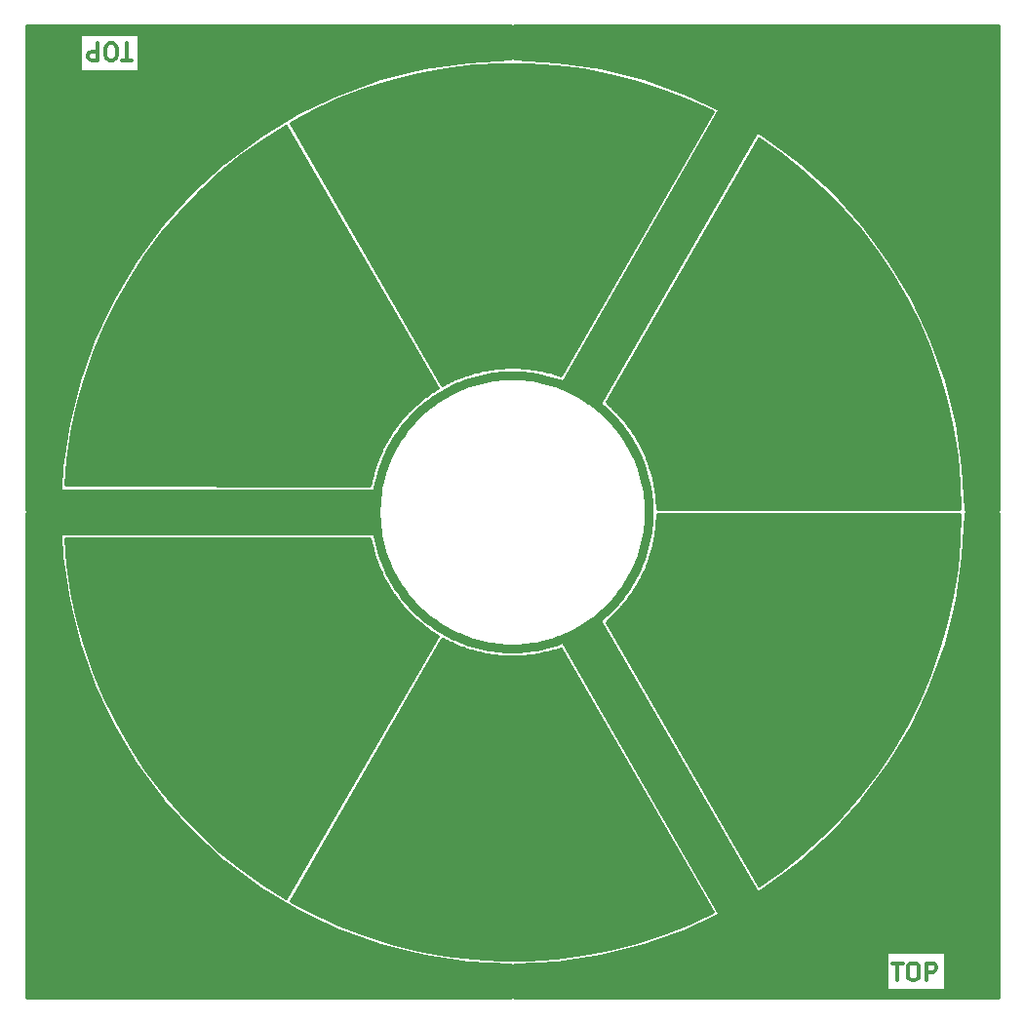
<source format=gtl>
G04 #@! TF.FileFunction,Copper,L1,Top,Signal*
%FSLAX46Y46*%
G04 Gerber Fmt 4.6, Leading zero omitted, Abs format (unit mm)*
G04 Created by KiCad (PCBNEW 4.0.2+dfsg1-stable) date fre  9 dec 2016 10:59:23*
%MOMM*%
G01*
G04 APERTURE LIST*
%ADD10C,0.100000*%
%ADD11C,0.300000*%
%ADD12C,4.000000*%
%ADD13C,5.000000*%
%ADD14C,0.600000*%
%ADD15C,0.800000*%
%ADD16C,0.254000*%
G04 APERTURE END LIST*
D10*
D11*
X66964286Y-60821429D02*
X66107143Y-60821429D01*
X66535714Y-59321429D02*
X66535714Y-60821429D01*
X65321429Y-60821429D02*
X65035715Y-60821429D01*
X64892857Y-60750000D01*
X64750000Y-60607143D01*
X64678572Y-60321429D01*
X64678572Y-59821429D01*
X64750000Y-59535714D01*
X64892857Y-59392857D01*
X65035715Y-59321429D01*
X65321429Y-59321429D01*
X65464286Y-59392857D01*
X65607143Y-59535714D01*
X65678572Y-59821429D01*
X65678572Y-60321429D01*
X65607143Y-60607143D01*
X65464286Y-60750000D01*
X65321429Y-60821429D01*
X64035714Y-59321429D02*
X64035714Y-60821429D01*
X63464286Y-60821429D01*
X63321428Y-60750000D01*
X63250000Y-60678571D01*
X63178571Y-60535714D01*
X63178571Y-60321429D01*
X63250000Y-60178571D01*
X63321428Y-60107143D01*
X63464286Y-60035714D01*
X64035714Y-60035714D01*
X133035714Y-139178571D02*
X133892857Y-139178571D01*
X133464286Y-140678571D02*
X133464286Y-139178571D01*
X134678571Y-139178571D02*
X134964285Y-139178571D01*
X135107143Y-139250000D01*
X135250000Y-139392857D01*
X135321428Y-139678571D01*
X135321428Y-140178571D01*
X135250000Y-140464286D01*
X135107143Y-140607143D01*
X134964285Y-140678571D01*
X134678571Y-140678571D01*
X134535714Y-140607143D01*
X134392857Y-140464286D01*
X134321428Y-140178571D01*
X134321428Y-139678571D01*
X134392857Y-139392857D01*
X134535714Y-139250000D01*
X134678571Y-139178571D01*
X135964286Y-140678571D02*
X135964286Y-139178571D01*
X136535714Y-139178571D01*
X136678572Y-139250000D01*
X136750000Y-139321429D01*
X136821429Y-139464286D01*
X136821429Y-139678571D01*
X136750000Y-139821429D01*
X136678572Y-139892857D01*
X136535714Y-139964286D01*
X135964286Y-139964286D01*
D12*
X92258330Y-119562178D03*
X87062178Y-116562178D03*
X86857695Y-83370835D03*
X92053848Y-80370835D03*
X121000000Y-97000000D03*
X121000000Y-103000000D03*
X65000000Y-135000000D03*
X135000000Y-135000000D03*
X65000000Y-65000000D03*
X135000000Y-65000000D03*
D13*
X121500000Y-62760908D03*
X137239092Y-78500000D03*
D14*
X111850000Y-100000000D03*
X111669972Y-102057731D03*
X111135358Y-104052939D03*
X110262401Y-105925000D03*
X109077627Y-107617033D03*
X107617033Y-109077627D03*
X105925000Y-110262401D03*
X104052939Y-111135358D03*
X102057731Y-111669972D03*
X100000000Y-111850000D03*
X97942269Y-111669972D03*
X95947061Y-111135358D03*
X94075000Y-110262401D03*
X92382967Y-109077627D03*
X90922373Y-107617033D03*
X89737599Y-105925000D03*
X88864642Y-104052939D03*
X88330028Y-102057731D03*
X88150000Y-100000000D03*
X88330028Y-97942269D03*
X88864642Y-95947061D03*
X89737599Y-94075000D03*
X90922373Y-92382967D03*
X92382967Y-90922373D03*
X94075000Y-89737599D03*
X95947061Y-88864642D03*
X97942269Y-88330028D03*
X100000000Y-88150000D03*
X102057731Y-88330028D03*
X104052939Y-88864642D03*
X105925000Y-89737599D03*
X107617033Y-90922373D03*
X109077627Y-92382967D03*
X110262401Y-94075000D03*
X111135358Y-95947061D03*
X111669972Y-97942269D03*
D15*
X111850000Y-100000000D02*
X111844987Y-100344654D01*
X111844987Y-100344654D02*
X111829952Y-100689016D01*
X111829952Y-100689016D02*
X111804907Y-101032796D01*
X111804907Y-101032796D02*
X111769875Y-101375701D01*
X111769875Y-101375701D02*
X111724883Y-101717443D01*
X111724883Y-101717443D02*
X111669972Y-102057731D01*
X111669972Y-102057731D02*
X111605186Y-102396278D01*
X111605186Y-102396278D02*
X111530582Y-102732798D01*
X111530582Y-102732798D02*
X111446221Y-103067006D01*
X111446221Y-103067006D02*
X111352176Y-103398618D01*
X111352176Y-103398618D02*
X111248525Y-103727355D01*
X111248525Y-103727355D02*
X111135358Y-104052939D01*
X111135358Y-104052939D02*
X111012768Y-104375093D01*
X111012768Y-104375093D02*
X110880861Y-104693545D01*
X110880861Y-104693545D02*
X110739747Y-105008026D01*
X110739747Y-105008026D02*
X110589547Y-105318270D01*
X110589547Y-105318270D02*
X110430386Y-105624014D01*
X110430386Y-105624014D02*
X110262401Y-105925000D01*
X110262401Y-105925000D02*
X110085733Y-106220972D01*
X110085733Y-106220972D02*
X109900531Y-106511681D01*
X109900531Y-106511681D02*
X109706952Y-106796881D01*
X109706952Y-106796881D02*
X109505160Y-107076329D01*
X109505160Y-107076329D02*
X109295326Y-107349791D01*
X109295326Y-107349791D02*
X109077627Y-107617033D01*
X109077627Y-107617033D02*
X108852247Y-107877831D01*
X108852247Y-107877831D02*
X108619378Y-108131963D01*
X108619378Y-108131963D02*
X108379215Y-108379215D01*
X108379215Y-108379215D02*
X108131963Y-108619378D01*
X108131963Y-108619378D02*
X107877831Y-108852247D01*
X107877831Y-108852247D02*
X107617033Y-109077627D01*
X107617033Y-109077627D02*
X107349791Y-109295326D01*
X107349791Y-109295326D02*
X107076329Y-109505160D01*
X107076329Y-109505160D02*
X106796881Y-109706952D01*
X106796881Y-109706952D02*
X106511681Y-109900531D01*
X106511681Y-109900531D02*
X106220972Y-110085733D01*
X106220972Y-110085733D02*
X105925000Y-110262401D01*
X105925000Y-110262401D02*
X105624014Y-110430386D01*
X105624014Y-110430386D02*
X105318270Y-110589547D01*
X105318270Y-110589547D02*
X105008026Y-110739747D01*
X105008026Y-110739747D02*
X104693545Y-110880861D01*
X104693545Y-110880861D02*
X104375093Y-111012768D01*
X104375093Y-111012768D02*
X104052939Y-111135358D01*
X104052939Y-111135358D02*
X103727355Y-111248525D01*
X103727355Y-111248525D02*
X103398618Y-111352176D01*
X103398618Y-111352176D02*
X103067006Y-111446221D01*
X103067006Y-111446221D02*
X102732798Y-111530582D01*
X102732798Y-111530582D02*
X102396278Y-111605186D01*
X102396278Y-111605186D02*
X102057731Y-111669972D01*
X102057731Y-111669972D02*
X101717443Y-111724883D01*
X101717443Y-111724883D02*
X101375701Y-111769875D01*
X101375701Y-111769875D02*
X101032796Y-111804907D01*
X101032796Y-111804907D02*
X100689016Y-111829952D01*
X100689016Y-111829952D02*
X100344654Y-111844987D01*
X100344654Y-111844987D02*
X100000000Y-111850000D01*
X100000000Y-111850000D02*
X99655346Y-111844987D01*
X99655346Y-111844987D02*
X99310984Y-111829952D01*
X99310984Y-111829952D02*
X98967204Y-111804907D01*
X98967204Y-111804907D02*
X98624299Y-111769875D01*
X98624299Y-111769875D02*
X98282557Y-111724883D01*
X98282557Y-111724883D02*
X97942269Y-111669972D01*
X97942269Y-111669972D02*
X97603722Y-111605186D01*
X97603722Y-111605186D02*
X97267202Y-111530582D01*
X97267202Y-111530582D02*
X96932994Y-111446221D01*
X96932994Y-111446221D02*
X96601382Y-111352176D01*
X96601382Y-111352176D02*
X96272645Y-111248525D01*
X96272645Y-111248525D02*
X95947061Y-111135358D01*
X95947061Y-111135358D02*
X95624907Y-111012768D01*
X95624907Y-111012768D02*
X95306455Y-110880861D01*
X95306455Y-110880861D02*
X94991974Y-110739747D01*
X94991974Y-110739747D02*
X94681730Y-110589547D01*
X94681730Y-110589547D02*
X94375986Y-110430386D01*
X94375986Y-110430386D02*
X94075000Y-110262401D01*
X94075000Y-110262401D02*
X93779028Y-110085733D01*
X93779028Y-110085733D02*
X93488319Y-109900531D01*
X93488319Y-109900531D02*
X93203119Y-109706952D01*
X93203119Y-109706952D02*
X92923671Y-109505160D01*
X92923671Y-109505160D02*
X92650209Y-109295326D01*
X92650209Y-109295326D02*
X92382967Y-109077627D01*
X92382967Y-109077627D02*
X92122169Y-108852247D01*
X92122169Y-108852247D02*
X91868037Y-108619378D01*
X91868037Y-108619378D02*
X91620785Y-108379215D01*
X91620785Y-108379215D02*
X91380622Y-108131963D01*
X91380622Y-108131963D02*
X91147753Y-107877831D01*
X91147753Y-107877831D02*
X90922373Y-107617033D01*
X90922373Y-107617033D02*
X90704674Y-107349791D01*
X90704674Y-107349791D02*
X90494840Y-107076329D01*
X90494840Y-107076329D02*
X90293048Y-106796881D01*
X90293048Y-106796881D02*
X90099469Y-106511681D01*
X90099469Y-106511681D02*
X89914267Y-106220972D01*
X89914267Y-106220972D02*
X89737599Y-105925000D01*
X89737599Y-105925000D02*
X89569614Y-105624014D01*
X89569614Y-105624014D02*
X89410453Y-105318270D01*
X89410453Y-105318270D02*
X89260253Y-105008026D01*
X89260253Y-105008026D02*
X89119139Y-104693545D01*
X89119139Y-104693545D02*
X88987232Y-104375093D01*
X88987232Y-104375093D02*
X88864642Y-104052939D01*
X88864642Y-104052939D02*
X88751475Y-103727355D01*
X88751475Y-103727355D02*
X88647824Y-103398618D01*
X88647824Y-103398618D02*
X88553779Y-103067006D01*
X88553779Y-103067006D02*
X88469418Y-102732798D01*
X88469418Y-102732798D02*
X88394814Y-102396278D01*
X88394814Y-102396278D02*
X88330028Y-102057731D01*
X88330028Y-102057731D02*
X88275117Y-101717443D01*
X88275117Y-101717443D02*
X88230125Y-101375701D01*
X88230125Y-101375701D02*
X88195093Y-101032796D01*
X88195093Y-101032796D02*
X88170048Y-100689016D01*
X88170048Y-100689016D02*
X88155013Y-100344654D01*
X88155013Y-100344654D02*
X88150000Y-100000000D01*
X88150000Y-100000000D02*
X88155013Y-99655346D01*
X88155013Y-99655346D02*
X88170048Y-99310984D01*
X88170048Y-99310984D02*
X88195093Y-98967204D01*
X88195093Y-98967204D02*
X88230125Y-98624299D01*
X88230125Y-98624299D02*
X88275117Y-98282557D01*
X88275117Y-98282557D02*
X88330028Y-97942269D01*
X88330028Y-97942269D02*
X88394814Y-97603722D01*
X88394814Y-97603722D02*
X88469418Y-97267202D01*
X88469418Y-97267202D02*
X88553779Y-96932994D01*
X88553779Y-96932994D02*
X88647824Y-96601382D01*
X88647824Y-96601382D02*
X88751475Y-96272645D01*
X88751475Y-96272645D02*
X88864642Y-95947061D01*
X88864642Y-95947061D02*
X88987232Y-95624907D01*
X88987232Y-95624907D02*
X89119139Y-95306455D01*
X89119139Y-95306455D02*
X89260253Y-94991974D01*
X89260253Y-94991974D02*
X89410453Y-94681730D01*
X89410453Y-94681730D02*
X89569614Y-94375986D01*
X89569614Y-94375986D02*
X89737599Y-94075000D01*
X89737599Y-94075000D02*
X89914267Y-93779028D01*
X89914267Y-93779028D02*
X90099469Y-93488319D01*
X90099469Y-93488319D02*
X90293048Y-93203119D01*
X90293048Y-93203119D02*
X90494840Y-92923671D01*
X90494840Y-92923671D02*
X90704674Y-92650209D01*
X90704674Y-92650209D02*
X90922373Y-92382967D01*
X90922373Y-92382967D02*
X91147753Y-92122169D01*
X91147753Y-92122169D02*
X91380622Y-91868037D01*
X91380622Y-91868037D02*
X91620785Y-91620785D01*
X91620785Y-91620785D02*
X91868037Y-91380622D01*
X91868037Y-91380622D02*
X92122169Y-91147753D01*
X92122169Y-91147753D02*
X92382967Y-90922373D01*
X92382967Y-90922373D02*
X92650209Y-90704674D01*
X92650209Y-90704674D02*
X92923671Y-90494840D01*
X92923671Y-90494840D02*
X93203119Y-90293048D01*
X93203119Y-90293048D02*
X93488319Y-90099469D01*
X93488319Y-90099469D02*
X93779028Y-89914267D01*
X93779028Y-89914267D02*
X94075000Y-89737599D01*
X94075000Y-89737599D02*
X94375986Y-89569614D01*
X94375986Y-89569614D02*
X94681730Y-89410453D01*
X94681730Y-89410453D02*
X94991974Y-89260253D01*
X94991974Y-89260253D02*
X95306455Y-89119139D01*
X95306455Y-89119139D02*
X95624907Y-88987232D01*
X95624907Y-88987232D02*
X95947061Y-88864642D01*
X95947061Y-88864642D02*
X96272645Y-88751475D01*
X96272645Y-88751475D02*
X96601382Y-88647824D01*
X96601382Y-88647824D02*
X96932994Y-88553779D01*
X96932994Y-88553779D02*
X97267202Y-88469418D01*
X97267202Y-88469418D02*
X97603722Y-88394814D01*
X97603722Y-88394814D02*
X97942269Y-88330028D01*
X97942269Y-88330028D02*
X98282557Y-88275117D01*
X98282557Y-88275117D02*
X98624299Y-88230125D01*
X98624299Y-88230125D02*
X98967204Y-88195093D01*
X98967204Y-88195093D02*
X99310984Y-88170048D01*
X99310984Y-88170048D02*
X99655346Y-88155013D01*
X99655346Y-88155013D02*
X100000000Y-88150000D01*
X100000000Y-88150000D02*
X100344654Y-88155013D01*
X100344654Y-88155013D02*
X100689016Y-88170048D01*
X100689016Y-88170048D02*
X101032796Y-88195093D01*
X101032796Y-88195093D02*
X101375701Y-88230125D01*
X101375701Y-88230125D02*
X101717443Y-88275117D01*
X101717443Y-88275117D02*
X102057731Y-88330028D01*
X102057731Y-88330028D02*
X102396278Y-88394814D01*
X102396278Y-88394814D02*
X102732798Y-88469418D01*
X102732798Y-88469418D02*
X103067006Y-88553779D01*
X103067006Y-88553779D02*
X103398618Y-88647824D01*
X103398618Y-88647824D02*
X103727355Y-88751475D01*
X103727355Y-88751475D02*
X104052939Y-88864642D01*
X104052939Y-88864642D02*
X104375093Y-88987232D01*
X104375093Y-88987232D02*
X104693545Y-89119139D01*
X104693545Y-89119139D02*
X105008026Y-89260253D01*
X105008026Y-89260253D02*
X105318270Y-89410453D01*
X105318270Y-89410453D02*
X105624014Y-89569614D01*
X105624014Y-89569614D02*
X105925000Y-89737599D01*
X105925000Y-89737599D02*
X106220972Y-89914267D01*
X106220972Y-89914267D02*
X106511681Y-90099469D01*
X106511681Y-90099469D02*
X106796881Y-90293048D01*
X106796881Y-90293048D02*
X107076329Y-90494840D01*
X107076329Y-90494840D02*
X107349791Y-90704674D01*
X107349791Y-90704674D02*
X107617033Y-90922373D01*
X107617033Y-90922373D02*
X107877831Y-91147753D01*
X107877831Y-91147753D02*
X108131963Y-91380622D01*
X108131963Y-91380622D02*
X108379215Y-91620785D01*
X108379215Y-91620785D02*
X108619378Y-91868037D01*
X108619378Y-91868037D02*
X108852247Y-92122169D01*
X108852247Y-92122169D02*
X109077627Y-92382967D01*
X109077627Y-92382967D02*
X109295326Y-92650209D01*
X109295326Y-92650209D02*
X109505160Y-92923671D01*
X109505160Y-92923671D02*
X109706952Y-93203119D01*
X109706952Y-93203119D02*
X109900531Y-93488319D01*
X109900531Y-93488319D02*
X110085733Y-93779028D01*
X110085733Y-93779028D02*
X110262401Y-94075000D01*
X110262401Y-94075000D02*
X110430386Y-94375986D01*
X110430386Y-94375986D02*
X110589547Y-94681730D01*
X110589547Y-94681730D02*
X110739747Y-94991974D01*
X110739747Y-94991974D02*
X110880861Y-95306455D01*
X110880861Y-95306455D02*
X111012768Y-95624907D01*
X111012768Y-95624907D02*
X111135358Y-95947061D01*
X111135358Y-95947061D02*
X111248525Y-96272645D01*
X111248525Y-96272645D02*
X111352176Y-96601382D01*
X111352176Y-96601382D02*
X111446221Y-96932994D01*
X111446221Y-96932994D02*
X111530582Y-97267202D01*
X111530582Y-97267202D02*
X111605186Y-97603722D01*
X111605186Y-97603722D02*
X111669972Y-97942269D01*
X111669972Y-97942269D02*
X111724883Y-98282557D01*
X111724883Y-98282557D02*
X111769875Y-98624299D01*
X111769875Y-98624299D02*
X111804907Y-98967204D01*
X111804907Y-98967204D02*
X111829952Y-99310984D01*
X111829952Y-99310984D02*
X111844987Y-99655346D01*
X111844987Y-99655346D02*
X111850000Y-100000000D01*
D16*
G36*
X94021682Y-111065207D02*
X94031911Y-111068514D01*
X94040294Y-111075242D01*
X94346038Y-111234403D01*
X94352369Y-111236248D01*
X94360629Y-111240638D01*
X94364937Y-111243895D01*
X94385328Y-111253767D01*
X94395950Y-111259413D01*
X94402092Y-111262468D01*
X94431334Y-111276040D01*
X94675181Y-111394095D01*
X94685585Y-111396802D01*
X94694345Y-111403031D01*
X95008826Y-111544145D01*
X95009136Y-111544216D01*
X95012023Y-111545556D01*
X95018320Y-111548275D01*
X95027210Y-111551831D01*
X95028244Y-111552522D01*
X95346696Y-111684429D01*
X95357242Y-111686527D01*
X95366348Y-111692235D01*
X95609662Y-111784824D01*
X95642645Y-111798018D01*
X95649080Y-111800392D01*
X95662635Y-111804982D01*
X95688501Y-111814825D01*
X95694884Y-111815903D01*
X95701986Y-111818308D01*
X95708376Y-111822059D01*
X96033961Y-111935226D01*
X96044606Y-111936706D01*
X96054031Y-111941877D01*
X96240759Y-112000752D01*
X96285978Y-112016065D01*
X96292532Y-112018089D01*
X96320768Y-112025979D01*
X96382768Y-112045528D01*
X96393457Y-112046699D01*
X96403028Y-112051593D01*
X96734640Y-112145638D01*
X96745355Y-112146497D01*
X96755065Y-112151111D01*
X96894600Y-112186333D01*
X96940146Y-112199060D01*
X96946800Y-112200727D01*
X96986870Y-112209623D01*
X97089273Y-112235472D01*
X97100009Y-112236019D01*
X97109852Y-112240350D01*
X97446371Y-112314953D01*
X97457118Y-112315187D01*
X97467079Y-112319229D01*
X97564592Y-112337890D01*
X97603239Y-112346470D01*
X97609973Y-112347775D01*
X97657247Y-112355620D01*
X97805626Y-112384015D01*
X97816376Y-112383937D01*
X97826454Y-112387688D01*
X98166742Y-112442599D01*
X98177485Y-112442208D01*
X98187663Y-112445663D01*
X98246436Y-112453401D01*
X98273324Y-112457863D01*
X98280118Y-112458803D01*
X98326739Y-112463973D01*
X98529405Y-112490655D01*
X98540133Y-112489952D01*
X98550412Y-112493111D01*
X98893317Y-112528143D01*
X98899828Y-112527526D01*
X98909253Y-112528571D01*
X98914381Y-112529985D01*
X98936606Y-112531604D01*
X98948445Y-112532917D01*
X98955281Y-112533489D01*
X98987321Y-112535299D01*
X99258161Y-112555030D01*
X99268829Y-112553704D01*
X99279273Y-112556260D01*
X99623635Y-112571295D01*
X99623889Y-112571256D01*
X99626635Y-112571411D01*
X99633491Y-112571613D01*
X99643498Y-112571637D01*
X99644773Y-112571910D01*
X99989426Y-112576923D01*
X100000000Y-112574979D01*
X100010573Y-112576923D01*
X100270130Y-112573148D01*
X100305913Y-112573234D01*
X100312770Y-112573065D01*
X100327253Y-112572317D01*
X100355227Y-112571910D01*
X100361620Y-112570542D01*
X100368994Y-112570161D01*
X100376365Y-112571295D01*
X100720727Y-112556260D01*
X100731171Y-112553704D01*
X100741839Y-112555030D01*
X100936577Y-112540843D01*
X100984298Y-112538378D01*
X100991136Y-112537839D01*
X101020406Y-112534736D01*
X101085619Y-112529985D01*
X101095979Y-112527128D01*
X101106683Y-112528143D01*
X101449589Y-112493111D01*
X101459868Y-112489952D01*
X101470595Y-112490655D01*
X101612833Y-112471929D01*
X101659813Y-112466948D01*
X101666612Y-112466041D01*
X101707239Y-112459500D01*
X101812337Y-112445663D01*
X101822515Y-112442208D01*
X101833258Y-112442599D01*
X102173546Y-112387688D01*
X102183624Y-112383937D01*
X102194374Y-112384015D01*
X102291513Y-112365426D01*
X102330486Y-112359151D01*
X102337226Y-112357878D01*
X102384090Y-112347710D01*
X102532921Y-112319229D01*
X102542880Y-112315188D01*
X102553628Y-112314954D01*
X102890148Y-112240350D01*
X102899991Y-112236019D01*
X102910727Y-112235472D01*
X102967854Y-112221052D01*
X102994360Y-112215301D01*
X103001022Y-112213666D01*
X103046197Y-112201277D01*
X103244935Y-112151111D01*
X103254645Y-112146497D01*
X103265360Y-112145638D01*
X103596973Y-112051593D01*
X103602746Y-112048641D01*
X103612012Y-112046099D01*
X103617232Y-112045528D01*
X103638187Y-112038921D01*
X103649501Y-112035818D01*
X103656065Y-112033826D01*
X103686237Y-112023771D01*
X103945970Y-111941877D01*
X103955395Y-111936706D01*
X103966040Y-111935226D01*
X104196241Y-111855212D01*
X117387677Y-134763045D01*
X115333838Y-135720846D01*
X113099599Y-136599262D01*
X110815406Y-137338083D01*
X108489960Y-137934496D01*
X106132146Y-138386224D01*
X103750921Y-138691549D01*
X101355390Y-138849303D01*
X98954706Y-138858883D01*
X96558011Y-138720255D01*
X94174419Y-138433944D01*
X91813068Y-138001047D01*
X89482940Y-137423214D01*
X87192918Y-136702644D01*
X84951752Y-135842093D01*
X82767963Y-134844832D01*
X80762311Y-133774653D01*
X93909698Y-111002707D01*
X94021682Y-111065207D01*
X94021682Y-111065207D01*
G37*
X94021682Y-111065207D02*
X94031911Y-111068514D01*
X94040294Y-111075242D01*
X94346038Y-111234403D01*
X94352369Y-111236248D01*
X94360629Y-111240638D01*
X94364937Y-111243895D01*
X94385328Y-111253767D01*
X94395950Y-111259413D01*
X94402092Y-111262468D01*
X94431334Y-111276040D01*
X94675181Y-111394095D01*
X94685585Y-111396802D01*
X94694345Y-111403031D01*
X95008826Y-111544145D01*
X95009136Y-111544216D01*
X95012023Y-111545556D01*
X95018320Y-111548275D01*
X95027210Y-111551831D01*
X95028244Y-111552522D01*
X95346696Y-111684429D01*
X95357242Y-111686527D01*
X95366348Y-111692235D01*
X95609662Y-111784824D01*
X95642645Y-111798018D01*
X95649080Y-111800392D01*
X95662635Y-111804982D01*
X95688501Y-111814825D01*
X95694884Y-111815903D01*
X95701986Y-111818308D01*
X95708376Y-111822059D01*
X96033961Y-111935226D01*
X96044606Y-111936706D01*
X96054031Y-111941877D01*
X96240759Y-112000752D01*
X96285978Y-112016065D01*
X96292532Y-112018089D01*
X96320768Y-112025979D01*
X96382768Y-112045528D01*
X96393457Y-112046699D01*
X96403028Y-112051593D01*
X96734640Y-112145638D01*
X96745355Y-112146497D01*
X96755065Y-112151111D01*
X96894600Y-112186333D01*
X96940146Y-112199060D01*
X96946800Y-112200727D01*
X96986870Y-112209623D01*
X97089273Y-112235472D01*
X97100009Y-112236019D01*
X97109852Y-112240350D01*
X97446371Y-112314953D01*
X97457118Y-112315187D01*
X97467079Y-112319229D01*
X97564592Y-112337890D01*
X97603239Y-112346470D01*
X97609973Y-112347775D01*
X97657247Y-112355620D01*
X97805626Y-112384015D01*
X97816376Y-112383937D01*
X97826454Y-112387688D01*
X98166742Y-112442599D01*
X98177485Y-112442208D01*
X98187663Y-112445663D01*
X98246436Y-112453401D01*
X98273324Y-112457863D01*
X98280118Y-112458803D01*
X98326739Y-112463973D01*
X98529405Y-112490655D01*
X98540133Y-112489952D01*
X98550412Y-112493111D01*
X98893317Y-112528143D01*
X98899828Y-112527526D01*
X98909253Y-112528571D01*
X98914381Y-112529985D01*
X98936606Y-112531604D01*
X98948445Y-112532917D01*
X98955281Y-112533489D01*
X98987321Y-112535299D01*
X99258161Y-112555030D01*
X99268829Y-112553704D01*
X99279273Y-112556260D01*
X99623635Y-112571295D01*
X99623889Y-112571256D01*
X99626635Y-112571411D01*
X99633491Y-112571613D01*
X99643498Y-112571637D01*
X99644773Y-112571910D01*
X99989426Y-112576923D01*
X100000000Y-112574979D01*
X100010573Y-112576923D01*
X100270130Y-112573148D01*
X100305913Y-112573234D01*
X100312770Y-112573065D01*
X100327253Y-112572317D01*
X100355227Y-112571910D01*
X100361620Y-112570542D01*
X100368994Y-112570161D01*
X100376365Y-112571295D01*
X100720727Y-112556260D01*
X100731171Y-112553704D01*
X100741839Y-112555030D01*
X100936577Y-112540843D01*
X100984298Y-112538378D01*
X100991136Y-112537839D01*
X101020406Y-112534736D01*
X101085619Y-112529985D01*
X101095979Y-112527128D01*
X101106683Y-112528143D01*
X101449589Y-112493111D01*
X101459868Y-112489952D01*
X101470595Y-112490655D01*
X101612833Y-112471929D01*
X101659813Y-112466948D01*
X101666612Y-112466041D01*
X101707239Y-112459500D01*
X101812337Y-112445663D01*
X101822515Y-112442208D01*
X101833258Y-112442599D01*
X102173546Y-112387688D01*
X102183624Y-112383937D01*
X102194374Y-112384015D01*
X102291513Y-112365426D01*
X102330486Y-112359151D01*
X102337226Y-112357878D01*
X102384090Y-112347710D01*
X102532921Y-112319229D01*
X102542880Y-112315188D01*
X102553628Y-112314954D01*
X102890148Y-112240350D01*
X102899991Y-112236019D01*
X102910727Y-112235472D01*
X102967854Y-112221052D01*
X102994360Y-112215301D01*
X103001022Y-112213666D01*
X103046197Y-112201277D01*
X103244935Y-112151111D01*
X103254645Y-112146497D01*
X103265360Y-112145638D01*
X103596973Y-112051593D01*
X103602746Y-112048641D01*
X103612012Y-112046099D01*
X103617232Y-112045528D01*
X103638187Y-112038921D01*
X103649501Y-112035818D01*
X103656065Y-112033826D01*
X103686237Y-112023771D01*
X103945970Y-111941877D01*
X103955395Y-111936706D01*
X103966040Y-111935226D01*
X104196241Y-111855212D01*
X117387677Y-134763045D01*
X115333838Y-135720846D01*
X113099599Y-136599262D01*
X110815406Y-137338083D01*
X108489960Y-137934496D01*
X106132146Y-138386224D01*
X103750921Y-138691549D01*
X101355390Y-138849303D01*
X98954706Y-138858883D01*
X96558011Y-138720255D01*
X94174419Y-138433944D01*
X91813068Y-138001047D01*
X89482940Y-137423214D01*
X87192918Y-136702644D01*
X84951752Y-135842093D01*
X82767963Y-134844832D01*
X80762311Y-133774653D01*
X93909698Y-111002707D01*
X94021682Y-111065207D01*
G36*
X121633823Y-133730053D02*
X120892815Y-134195538D01*
X120036481Y-134704235D01*
X119167823Y-135191464D01*
X118394171Y-135600466D01*
X104115572Y-110814996D01*
X104896048Y-110490611D01*
X104905993Y-110485964D01*
X105783687Y-110028618D01*
X105793194Y-110023129D01*
X106628115Y-109491696D01*
X106637112Y-109485407D01*
X107308274Y-108971689D01*
X121633823Y-133730053D01*
X121633823Y-133730053D01*
G37*
X121633823Y-133730053D02*
X120892815Y-134195538D01*
X120036481Y-134704235D01*
X119167823Y-135191464D01*
X118394171Y-135600466D01*
X104115572Y-110814996D01*
X104896048Y-110490611D01*
X104905993Y-110485964D01*
X105783687Y-110028618D01*
X105793194Y-110023129D01*
X106628115Y-109491696D01*
X106637112Y-109485407D01*
X107308274Y-108971689D01*
X121633823Y-133730053D01*
G36*
X87680771Y-102532921D02*
X87684812Y-102542880D01*
X87685046Y-102553628D01*
X87743999Y-102819552D01*
X87750369Y-102850669D01*
X87751925Y-102857349D01*
X87754895Y-102868700D01*
X87759650Y-102890148D01*
X87761765Y-102894955D01*
X87764198Y-102904253D01*
X87764528Y-102910727D01*
X87848889Y-103244935D01*
X87853503Y-103254645D01*
X87854362Y-103265360D01*
X87910273Y-103462508D01*
X87922143Y-103507872D01*
X87924058Y-103514459D01*
X87932340Y-103540318D01*
X87948407Y-103596973D01*
X87953302Y-103606545D01*
X87954472Y-103617232D01*
X88058123Y-103945970D01*
X88063294Y-103955395D01*
X88064774Y-103966040D01*
X88114517Y-104109153D01*
X88129150Y-104154842D01*
X88131418Y-104161315D01*
X88145468Y-104198199D01*
X88177941Y-104291624D01*
X88183385Y-104300897D01*
X88185175Y-104311498D01*
X88307764Y-104633652D01*
X88313474Y-104642760D01*
X88315571Y-104653304D01*
X88356136Y-104751235D01*
X88370785Y-104789692D01*
X88373399Y-104796034D01*
X88392587Y-104839236D01*
X88447479Y-104971756D01*
X88453452Y-104980695D01*
X88455855Y-104991174D01*
X88596969Y-105305655D01*
X88603198Y-105314415D01*
X88605905Y-105324819D01*
X88634387Y-105383649D01*
X88646344Y-105410571D01*
X88649297Y-105416762D01*
X88671020Y-105459316D01*
X88756105Y-105635063D01*
X88762589Y-105643641D01*
X88765597Y-105653962D01*
X88924758Y-105959707D01*
X88929424Y-105965521D01*
X88932782Y-105972099D01*
X88934793Y-105978318D01*
X88948426Y-106002746D01*
X88955022Y-106015666D01*
X88958304Y-106021689D01*
X88976280Y-106052652D01*
X89102778Y-106279303D01*
X89109748Y-106287488D01*
X89113352Y-106297618D01*
X89290020Y-106593590D01*
X89290891Y-106594555D01*
X89295918Y-106603213D01*
X89299521Y-106609050D01*
X89301028Y-106611350D01*
X89301121Y-106611589D01*
X89486323Y-106902297D01*
X89493758Y-106910064D01*
X89497944Y-106919965D01*
X89650463Y-107144671D01*
X89668040Y-107171498D01*
X89671953Y-107177132D01*
X89679006Y-107186724D01*
X89691523Y-107205165D01*
X89695312Y-107208899D01*
X89700933Y-107216543D01*
X89703653Y-107222489D01*
X89905445Y-107501937D01*
X89913316Y-107509255D01*
X89918071Y-107518898D01*
X90042543Y-107681114D01*
X90070301Y-107718863D01*
X90074512Y-107724277D01*
X90091798Y-107745304D01*
X90127905Y-107792360D01*
X90135990Y-107799451D01*
X90141023Y-107808949D01*
X90358722Y-108076191D01*
X90367006Y-108083040D01*
X90372314Y-108092390D01*
X90471098Y-108206698D01*
X90501527Y-108243712D01*
X90506024Y-108248891D01*
X90532778Y-108278069D01*
X90597695Y-108353188D01*
X90606174Y-108359793D01*
X90611752Y-108368985D01*
X90844621Y-108623117D01*
X90853293Y-108629475D01*
X90859134Y-108638499D01*
X90932695Y-108714232D01*
X90960460Y-108744513D01*
X90965231Y-108749442D01*
X90999046Y-108782541D01*
X91099297Y-108885752D01*
X91108149Y-108891854D01*
X91114249Y-108900703D01*
X91361501Y-109140866D01*
X91370525Y-109146707D01*
X91376883Y-109155379D01*
X91424819Y-109199304D01*
X91445764Y-109219806D01*
X91450793Y-109224470D01*
X91486672Y-109255982D01*
X91631015Y-109388248D01*
X91640206Y-109393825D01*
X91646812Y-109402306D01*
X91907610Y-109627686D01*
X91914049Y-109631341D01*
X91919690Y-109636296D01*
X91923809Y-109641278D01*
X91945239Y-109658735D01*
X91956020Y-109668204D01*
X91961294Y-109672589D01*
X91989218Y-109694561D01*
X92191051Y-109858977D01*
X92200549Y-109864010D01*
X92207640Y-109872095D01*
X92481103Y-110081929D01*
X92482216Y-110082478D01*
X92489741Y-110088399D01*
X92495245Y-110092494D01*
X92497848Y-110094323D01*
X92498063Y-110094555D01*
X92777511Y-110296347D01*
X92787289Y-110300820D01*
X92794835Y-110308477D01*
X93018926Y-110460579D01*
X93045371Y-110479166D01*
X93051087Y-110482957D01*
X93061319Y-110489353D01*
X93080035Y-110502056D01*
X93085003Y-110504156D01*
X93092937Y-110509115D01*
X93097702Y-110513677D01*
X93388411Y-110698878D01*
X93398431Y-110702775D01*
X93406410Y-110709980D01*
X93516528Y-110775710D01*
X80369137Y-133547653D01*
X78439503Y-132345794D01*
X76483960Y-130953211D01*
X74618123Y-129442584D01*
X72849079Y-127819649D01*
X71183591Y-126090611D01*
X69628011Y-124262063D01*
X68188274Y-122340983D01*
X66869870Y-120334697D01*
X65677815Y-118250837D01*
X64616674Y-116097380D01*
X63690486Y-113882530D01*
X62902785Y-111614734D01*
X62256570Y-109302627D01*
X61754310Y-106955036D01*
X61397921Y-104580929D01*
X61200482Y-102323352D01*
X87634965Y-102293555D01*
X87680771Y-102532921D01*
X87680771Y-102532921D01*
G37*
X87680771Y-102532921D02*
X87684812Y-102542880D01*
X87685046Y-102553628D01*
X87743999Y-102819552D01*
X87750369Y-102850669D01*
X87751925Y-102857349D01*
X87754895Y-102868700D01*
X87759650Y-102890148D01*
X87761765Y-102894955D01*
X87764198Y-102904253D01*
X87764528Y-102910727D01*
X87848889Y-103244935D01*
X87853503Y-103254645D01*
X87854362Y-103265360D01*
X87910273Y-103462508D01*
X87922143Y-103507872D01*
X87924058Y-103514459D01*
X87932340Y-103540318D01*
X87948407Y-103596973D01*
X87953302Y-103606545D01*
X87954472Y-103617232D01*
X88058123Y-103945970D01*
X88063294Y-103955395D01*
X88064774Y-103966040D01*
X88114517Y-104109153D01*
X88129150Y-104154842D01*
X88131418Y-104161315D01*
X88145468Y-104198199D01*
X88177941Y-104291624D01*
X88183385Y-104300897D01*
X88185175Y-104311498D01*
X88307764Y-104633652D01*
X88313474Y-104642760D01*
X88315571Y-104653304D01*
X88356136Y-104751235D01*
X88370785Y-104789692D01*
X88373399Y-104796034D01*
X88392587Y-104839236D01*
X88447479Y-104971756D01*
X88453452Y-104980695D01*
X88455855Y-104991174D01*
X88596969Y-105305655D01*
X88603198Y-105314415D01*
X88605905Y-105324819D01*
X88634387Y-105383649D01*
X88646344Y-105410571D01*
X88649297Y-105416762D01*
X88671020Y-105459316D01*
X88756105Y-105635063D01*
X88762589Y-105643641D01*
X88765597Y-105653962D01*
X88924758Y-105959707D01*
X88929424Y-105965521D01*
X88932782Y-105972099D01*
X88934793Y-105978318D01*
X88948426Y-106002746D01*
X88955022Y-106015666D01*
X88958304Y-106021689D01*
X88976280Y-106052652D01*
X89102778Y-106279303D01*
X89109748Y-106287488D01*
X89113352Y-106297618D01*
X89290020Y-106593590D01*
X89290891Y-106594555D01*
X89295918Y-106603213D01*
X89299521Y-106609050D01*
X89301028Y-106611350D01*
X89301121Y-106611589D01*
X89486323Y-106902297D01*
X89493758Y-106910064D01*
X89497944Y-106919965D01*
X89650463Y-107144671D01*
X89668040Y-107171498D01*
X89671953Y-107177132D01*
X89679006Y-107186724D01*
X89691523Y-107205165D01*
X89695312Y-107208899D01*
X89700933Y-107216543D01*
X89703653Y-107222489D01*
X89905445Y-107501937D01*
X89913316Y-107509255D01*
X89918071Y-107518898D01*
X90042543Y-107681114D01*
X90070301Y-107718863D01*
X90074512Y-107724277D01*
X90091798Y-107745304D01*
X90127905Y-107792360D01*
X90135990Y-107799451D01*
X90141023Y-107808949D01*
X90358722Y-108076191D01*
X90367006Y-108083040D01*
X90372314Y-108092390D01*
X90471098Y-108206698D01*
X90501527Y-108243712D01*
X90506024Y-108248891D01*
X90532778Y-108278069D01*
X90597695Y-108353188D01*
X90606174Y-108359793D01*
X90611752Y-108368985D01*
X90844621Y-108623117D01*
X90853293Y-108629475D01*
X90859134Y-108638499D01*
X90932695Y-108714232D01*
X90960460Y-108744513D01*
X90965231Y-108749442D01*
X90999046Y-108782541D01*
X91099297Y-108885752D01*
X91108149Y-108891854D01*
X91114249Y-108900703D01*
X91361501Y-109140866D01*
X91370525Y-109146707D01*
X91376883Y-109155379D01*
X91424819Y-109199304D01*
X91445764Y-109219806D01*
X91450793Y-109224470D01*
X91486672Y-109255982D01*
X91631015Y-109388248D01*
X91640206Y-109393825D01*
X91646812Y-109402306D01*
X91907610Y-109627686D01*
X91914049Y-109631341D01*
X91919690Y-109636296D01*
X91923809Y-109641278D01*
X91945239Y-109658735D01*
X91956020Y-109668204D01*
X91961294Y-109672589D01*
X91989218Y-109694561D01*
X92191051Y-109858977D01*
X92200549Y-109864010D01*
X92207640Y-109872095D01*
X92481103Y-110081929D01*
X92482216Y-110082478D01*
X92489741Y-110088399D01*
X92495245Y-110092494D01*
X92497848Y-110094323D01*
X92498063Y-110094555D01*
X92777511Y-110296347D01*
X92787289Y-110300820D01*
X92794835Y-110308477D01*
X93018926Y-110460579D01*
X93045371Y-110479166D01*
X93051087Y-110482957D01*
X93061319Y-110489353D01*
X93080035Y-110502056D01*
X93085003Y-110504156D01*
X93092937Y-110509115D01*
X93097702Y-110513677D01*
X93388411Y-110698878D01*
X93398431Y-110702775D01*
X93406410Y-110709980D01*
X93516528Y-110775710D01*
X80369137Y-133547653D01*
X78439503Y-132345794D01*
X76483960Y-130953211D01*
X74618123Y-129442584D01*
X72849079Y-127819649D01*
X71183591Y-126090611D01*
X69628011Y-124262063D01*
X68188274Y-122340983D01*
X66869870Y-120334697D01*
X65677815Y-118250837D01*
X64616674Y-116097380D01*
X63690486Y-113882530D01*
X62902785Y-111614734D01*
X62256570Y-109302627D01*
X61754310Y-106955036D01*
X61397921Y-104580929D01*
X61200482Y-102323352D01*
X87634965Y-102293555D01*
X87680771Y-102532921D01*
G36*
X93516528Y-89224290D02*
X93406410Y-89290020D01*
X93398431Y-89297225D01*
X93388411Y-89301122D01*
X93097702Y-89486323D01*
X93092937Y-89490885D01*
X93085003Y-89495844D01*
X93080035Y-89497944D01*
X93061319Y-89510647D01*
X93051087Y-89517043D01*
X93045371Y-89520834D01*
X93018926Y-89539421D01*
X92794835Y-89691523D01*
X92787289Y-89699180D01*
X92777511Y-89703653D01*
X92498063Y-89905445D01*
X92497848Y-89905677D01*
X92495245Y-89907506D01*
X92489741Y-89911601D01*
X92482216Y-89917522D01*
X92481103Y-89918071D01*
X92207640Y-90127905D01*
X92200549Y-90135990D01*
X92191051Y-90141023D01*
X91989218Y-90305439D01*
X91961294Y-90327411D01*
X91956020Y-90331796D01*
X91945239Y-90341265D01*
X91923809Y-90358722D01*
X91919690Y-90363704D01*
X91914049Y-90368659D01*
X91907610Y-90372314D01*
X91646812Y-90597694D01*
X91640206Y-90606175D01*
X91631015Y-90611752D01*
X91486672Y-90744018D01*
X91450793Y-90775530D01*
X91445764Y-90780194D01*
X91424819Y-90800696D01*
X91376883Y-90844621D01*
X91370525Y-90853293D01*
X91361501Y-90859134D01*
X91114249Y-91099297D01*
X91108149Y-91108146D01*
X91099297Y-91114248D01*
X90999046Y-91217459D01*
X90965231Y-91250558D01*
X90960460Y-91255487D01*
X90932695Y-91285768D01*
X90859134Y-91361501D01*
X90853293Y-91370525D01*
X90844621Y-91376883D01*
X90611752Y-91631015D01*
X90606174Y-91640207D01*
X90597695Y-91646812D01*
X90532778Y-91721931D01*
X90506024Y-91751109D01*
X90501527Y-91756288D01*
X90471098Y-91793302D01*
X90372314Y-91907610D01*
X90367006Y-91916960D01*
X90358722Y-91923809D01*
X90141023Y-92191051D01*
X90135990Y-92200549D01*
X90127905Y-92207640D01*
X90091798Y-92254696D01*
X90074512Y-92275723D01*
X90070301Y-92281137D01*
X90042543Y-92318886D01*
X89918071Y-92481102D01*
X89913316Y-92490745D01*
X89905445Y-92498063D01*
X89703653Y-92777511D01*
X89700933Y-92783457D01*
X89695312Y-92791101D01*
X89691523Y-92794835D01*
X89679006Y-92813276D01*
X89671953Y-92822868D01*
X89668040Y-92828502D01*
X89650463Y-92855329D01*
X89497944Y-93080035D01*
X89493758Y-93089936D01*
X89486323Y-93097703D01*
X89301121Y-93388411D01*
X89301028Y-93388650D01*
X89299521Y-93390950D01*
X89295918Y-93396787D01*
X89290891Y-93405445D01*
X89290020Y-93406410D01*
X89113352Y-93702382D01*
X89109748Y-93712512D01*
X89102778Y-93720697D01*
X88976280Y-93947348D01*
X88958304Y-93978311D01*
X88955022Y-93984334D01*
X88948426Y-93997254D01*
X88934793Y-94021682D01*
X88932782Y-94027901D01*
X88929424Y-94034479D01*
X88924758Y-94040293D01*
X88765597Y-94346038D01*
X88762589Y-94356359D01*
X88756105Y-94364937D01*
X88671020Y-94540684D01*
X88649297Y-94583238D01*
X88646344Y-94589429D01*
X88634387Y-94616351D01*
X88605905Y-94675181D01*
X88603198Y-94685585D01*
X88596969Y-94694345D01*
X88455855Y-95008826D01*
X88453452Y-95019305D01*
X88447479Y-95028244D01*
X88392587Y-95160764D01*
X88373399Y-95203966D01*
X88370785Y-95210308D01*
X88356136Y-95248765D01*
X88315571Y-95346696D01*
X88313474Y-95357240D01*
X88307764Y-95366348D01*
X88185175Y-95688502D01*
X88183385Y-95699103D01*
X88177941Y-95708376D01*
X88145468Y-95801801D01*
X88131418Y-95838685D01*
X88129150Y-95845158D01*
X88114517Y-95890847D01*
X88064774Y-96033960D01*
X88063294Y-96044605D01*
X88058123Y-96054030D01*
X87954472Y-96382768D01*
X87953302Y-96393455D01*
X87948407Y-96403027D01*
X87932340Y-96459682D01*
X87924058Y-96485541D01*
X87922143Y-96492128D01*
X87910273Y-96537492D01*
X87854362Y-96734640D01*
X87853503Y-96745355D01*
X87848889Y-96755065D01*
X87764528Y-97089273D01*
X87764198Y-97095747D01*
X87761765Y-97105045D01*
X87759650Y-97109852D01*
X87754895Y-97131300D01*
X87751925Y-97142651D01*
X87750369Y-97149331D01*
X87743999Y-97180448D01*
X87685046Y-97446372D01*
X87684812Y-97457120D01*
X87680771Y-97467079D01*
X87634965Y-97706445D01*
X61200482Y-97676648D01*
X61397921Y-95419071D01*
X61754310Y-93044964D01*
X62256570Y-90697373D01*
X62902785Y-88385266D01*
X63690486Y-86117470D01*
X64616674Y-83902620D01*
X65677815Y-81749163D01*
X66869870Y-79665303D01*
X68188274Y-77659017D01*
X69628011Y-75737937D01*
X71183591Y-73909389D01*
X72849079Y-72180351D01*
X74618123Y-70557416D01*
X76483960Y-69046789D01*
X78439503Y-67654206D01*
X80369137Y-66452347D01*
X93516528Y-89224290D01*
X93516528Y-89224290D01*
G37*
X93516528Y-89224290D02*
X93406410Y-89290020D01*
X93398431Y-89297225D01*
X93388411Y-89301122D01*
X93097702Y-89486323D01*
X93092937Y-89490885D01*
X93085003Y-89495844D01*
X93080035Y-89497944D01*
X93061319Y-89510647D01*
X93051087Y-89517043D01*
X93045371Y-89520834D01*
X93018926Y-89539421D01*
X92794835Y-89691523D01*
X92787289Y-89699180D01*
X92777511Y-89703653D01*
X92498063Y-89905445D01*
X92497848Y-89905677D01*
X92495245Y-89907506D01*
X92489741Y-89911601D01*
X92482216Y-89917522D01*
X92481103Y-89918071D01*
X92207640Y-90127905D01*
X92200549Y-90135990D01*
X92191051Y-90141023D01*
X91989218Y-90305439D01*
X91961294Y-90327411D01*
X91956020Y-90331796D01*
X91945239Y-90341265D01*
X91923809Y-90358722D01*
X91919690Y-90363704D01*
X91914049Y-90368659D01*
X91907610Y-90372314D01*
X91646812Y-90597694D01*
X91640206Y-90606175D01*
X91631015Y-90611752D01*
X91486672Y-90744018D01*
X91450793Y-90775530D01*
X91445764Y-90780194D01*
X91424819Y-90800696D01*
X91376883Y-90844621D01*
X91370525Y-90853293D01*
X91361501Y-90859134D01*
X91114249Y-91099297D01*
X91108149Y-91108146D01*
X91099297Y-91114248D01*
X90999046Y-91217459D01*
X90965231Y-91250558D01*
X90960460Y-91255487D01*
X90932695Y-91285768D01*
X90859134Y-91361501D01*
X90853293Y-91370525D01*
X90844621Y-91376883D01*
X90611752Y-91631015D01*
X90606174Y-91640207D01*
X90597695Y-91646812D01*
X90532778Y-91721931D01*
X90506024Y-91751109D01*
X90501527Y-91756288D01*
X90471098Y-91793302D01*
X90372314Y-91907610D01*
X90367006Y-91916960D01*
X90358722Y-91923809D01*
X90141023Y-92191051D01*
X90135990Y-92200549D01*
X90127905Y-92207640D01*
X90091798Y-92254696D01*
X90074512Y-92275723D01*
X90070301Y-92281137D01*
X90042543Y-92318886D01*
X89918071Y-92481102D01*
X89913316Y-92490745D01*
X89905445Y-92498063D01*
X89703653Y-92777511D01*
X89700933Y-92783457D01*
X89695312Y-92791101D01*
X89691523Y-92794835D01*
X89679006Y-92813276D01*
X89671953Y-92822868D01*
X89668040Y-92828502D01*
X89650463Y-92855329D01*
X89497944Y-93080035D01*
X89493758Y-93089936D01*
X89486323Y-93097703D01*
X89301121Y-93388411D01*
X89301028Y-93388650D01*
X89299521Y-93390950D01*
X89295918Y-93396787D01*
X89290891Y-93405445D01*
X89290020Y-93406410D01*
X89113352Y-93702382D01*
X89109748Y-93712512D01*
X89102778Y-93720697D01*
X88976280Y-93947348D01*
X88958304Y-93978311D01*
X88955022Y-93984334D01*
X88948426Y-93997254D01*
X88934793Y-94021682D01*
X88932782Y-94027901D01*
X88929424Y-94034479D01*
X88924758Y-94040293D01*
X88765597Y-94346038D01*
X88762589Y-94356359D01*
X88756105Y-94364937D01*
X88671020Y-94540684D01*
X88649297Y-94583238D01*
X88646344Y-94589429D01*
X88634387Y-94616351D01*
X88605905Y-94675181D01*
X88603198Y-94685585D01*
X88596969Y-94694345D01*
X88455855Y-95008826D01*
X88453452Y-95019305D01*
X88447479Y-95028244D01*
X88392587Y-95160764D01*
X88373399Y-95203966D01*
X88370785Y-95210308D01*
X88356136Y-95248765D01*
X88315571Y-95346696D01*
X88313474Y-95357240D01*
X88307764Y-95366348D01*
X88185175Y-95688502D01*
X88183385Y-95699103D01*
X88177941Y-95708376D01*
X88145468Y-95801801D01*
X88131418Y-95838685D01*
X88129150Y-95845158D01*
X88114517Y-95890847D01*
X88064774Y-96033960D01*
X88063294Y-96044605D01*
X88058123Y-96054030D01*
X87954472Y-96382768D01*
X87953302Y-96393455D01*
X87948407Y-96403027D01*
X87932340Y-96459682D01*
X87924058Y-96485541D01*
X87922143Y-96492128D01*
X87910273Y-96537492D01*
X87854362Y-96734640D01*
X87853503Y-96745355D01*
X87848889Y-96755065D01*
X87764528Y-97089273D01*
X87764198Y-97095747D01*
X87761765Y-97105045D01*
X87759650Y-97109852D01*
X87754895Y-97131300D01*
X87751925Y-97142651D01*
X87750369Y-97149331D01*
X87743999Y-97180448D01*
X87685046Y-97446372D01*
X87684812Y-97457120D01*
X87680771Y-97467079D01*
X87634965Y-97706445D01*
X61200482Y-97676648D01*
X61397921Y-95419071D01*
X61754310Y-93044964D01*
X62256570Y-90697373D01*
X62902785Y-88385266D01*
X63690486Y-86117470D01*
X64616674Y-83902620D01*
X65677815Y-81749163D01*
X66869870Y-79665303D01*
X68188274Y-77659017D01*
X69628011Y-75737937D01*
X71183591Y-73909389D01*
X72849079Y-72180351D01*
X74618123Y-70557416D01*
X76483960Y-69046789D01*
X78439503Y-67654206D01*
X80369137Y-66452347D01*
X93516528Y-89224290D01*
G36*
X88576152Y-98156693D02*
X88466841Y-98994796D01*
X88465893Y-99005732D01*
X88423119Y-99994511D01*
X88423119Y-100005489D01*
X88465893Y-100994268D01*
X88466841Y-101005204D01*
X88576152Y-101843307D01*
X59972006Y-101870413D01*
X59939387Y-100995898D01*
X59927010Y-100000000D01*
X59939387Y-99004102D01*
X59972006Y-98129587D01*
X88576152Y-98156693D01*
X88576152Y-98156693D01*
G37*
X88576152Y-98156693D02*
X88466841Y-98994796D01*
X88465893Y-99005732D01*
X88423119Y-99994511D01*
X88423119Y-100005489D01*
X88465893Y-100994268D01*
X88466841Y-101005204D01*
X88576152Y-101843307D01*
X59972006Y-101870413D01*
X59939387Y-100995898D01*
X59927010Y-100000000D01*
X59939387Y-99004102D01*
X59972006Y-98129587D01*
X88576152Y-98156693D01*
G36*
X101355390Y-61150697D02*
X103750921Y-61308451D01*
X106132146Y-61613776D01*
X108489960Y-62065504D01*
X110815406Y-62661917D01*
X113099599Y-63400738D01*
X115333838Y-64279154D01*
X117387677Y-65236955D01*
X104196241Y-88144788D01*
X103966040Y-88064774D01*
X103955395Y-88063294D01*
X103945970Y-88058123D01*
X103686237Y-87976229D01*
X103656065Y-87966174D01*
X103649501Y-87964182D01*
X103638187Y-87961079D01*
X103617232Y-87954472D01*
X103612012Y-87953901D01*
X103602746Y-87951359D01*
X103596973Y-87948407D01*
X103265360Y-87854362D01*
X103254645Y-87853503D01*
X103244935Y-87848889D01*
X103046197Y-87798723D01*
X103001022Y-87786334D01*
X102994360Y-87784699D01*
X102967854Y-87778948D01*
X102910727Y-87764528D01*
X102899991Y-87763981D01*
X102890148Y-87759650D01*
X102553628Y-87685046D01*
X102542880Y-87684812D01*
X102532921Y-87680771D01*
X102384090Y-87652290D01*
X102337226Y-87642122D01*
X102330486Y-87640849D01*
X102291513Y-87634574D01*
X102194374Y-87615985D01*
X102183624Y-87616063D01*
X102173546Y-87612312D01*
X101833258Y-87557401D01*
X101822515Y-87557792D01*
X101812337Y-87554337D01*
X101707239Y-87540500D01*
X101666612Y-87533959D01*
X101659813Y-87533052D01*
X101612833Y-87528071D01*
X101470595Y-87509345D01*
X101459868Y-87510048D01*
X101449589Y-87506889D01*
X101106683Y-87471857D01*
X101095979Y-87472872D01*
X101085619Y-87470015D01*
X101020406Y-87465264D01*
X100991136Y-87462161D01*
X100984298Y-87461622D01*
X100936577Y-87459157D01*
X100741839Y-87444970D01*
X100731171Y-87446296D01*
X100720727Y-87443740D01*
X100376365Y-87428705D01*
X100368994Y-87429839D01*
X100361620Y-87429458D01*
X100355227Y-87428090D01*
X100327253Y-87427683D01*
X100312770Y-87426935D01*
X100305913Y-87426766D01*
X100270130Y-87426852D01*
X100010573Y-87423077D01*
X100000000Y-87425021D01*
X99989426Y-87423077D01*
X99644773Y-87428090D01*
X99643498Y-87428363D01*
X99633491Y-87428387D01*
X99626635Y-87428589D01*
X99623889Y-87428744D01*
X99623635Y-87428705D01*
X99279273Y-87443740D01*
X99268829Y-87446296D01*
X99258161Y-87444970D01*
X98987321Y-87464701D01*
X98955281Y-87466511D01*
X98948445Y-87467083D01*
X98936606Y-87468396D01*
X98914381Y-87470015D01*
X98909253Y-87471429D01*
X98899828Y-87472474D01*
X98893317Y-87471857D01*
X98550412Y-87506889D01*
X98540133Y-87510048D01*
X98529405Y-87509345D01*
X98326739Y-87536027D01*
X98280118Y-87541197D01*
X98273324Y-87542137D01*
X98246436Y-87546599D01*
X98187663Y-87554337D01*
X98177485Y-87557792D01*
X98166742Y-87557401D01*
X97826454Y-87612312D01*
X97816376Y-87616063D01*
X97805626Y-87615985D01*
X97657247Y-87644380D01*
X97609973Y-87652225D01*
X97603239Y-87653530D01*
X97564592Y-87662110D01*
X97467079Y-87680771D01*
X97457118Y-87684813D01*
X97446371Y-87685047D01*
X97109852Y-87759650D01*
X97100009Y-87763981D01*
X97089273Y-87764528D01*
X96986870Y-87790377D01*
X96946800Y-87799273D01*
X96940146Y-87800940D01*
X96894600Y-87813667D01*
X96755065Y-87848889D01*
X96745355Y-87853503D01*
X96734640Y-87854362D01*
X96403028Y-87948407D01*
X96393457Y-87953301D01*
X96382768Y-87954472D01*
X96320768Y-87974021D01*
X96292532Y-87981911D01*
X96285978Y-87983935D01*
X96240759Y-87999248D01*
X96054031Y-88058123D01*
X96044606Y-88063294D01*
X96033961Y-88064774D01*
X95708376Y-88177941D01*
X95701986Y-88181692D01*
X95694884Y-88184097D01*
X95688501Y-88185175D01*
X95662635Y-88195018D01*
X95649080Y-88199608D01*
X95642645Y-88201982D01*
X95609662Y-88215176D01*
X95366348Y-88307765D01*
X95357242Y-88313473D01*
X95346696Y-88315571D01*
X95028244Y-88447478D01*
X95027210Y-88448169D01*
X95018320Y-88451725D01*
X95012023Y-88454444D01*
X95009136Y-88455784D01*
X95008826Y-88455855D01*
X94694345Y-88596969D01*
X94685585Y-88603198D01*
X94675181Y-88605905D01*
X94431334Y-88723960D01*
X94402092Y-88737532D01*
X94395950Y-88740587D01*
X94385328Y-88746233D01*
X94364937Y-88756105D01*
X94360629Y-88759362D01*
X94352369Y-88763752D01*
X94346038Y-88765597D01*
X94040294Y-88924758D01*
X94031911Y-88931486D01*
X94021682Y-88934793D01*
X93909698Y-88997293D01*
X80762311Y-66225347D01*
X82767963Y-65155168D01*
X84951752Y-64157907D01*
X87192918Y-63297356D01*
X89482940Y-62576786D01*
X91813068Y-61998953D01*
X94174419Y-61566056D01*
X96558011Y-61279745D01*
X98954706Y-61141117D01*
X101355390Y-61150697D01*
X101355390Y-61150697D01*
G37*
X101355390Y-61150697D02*
X103750921Y-61308451D01*
X106132146Y-61613776D01*
X108489960Y-62065504D01*
X110815406Y-62661917D01*
X113099599Y-63400738D01*
X115333838Y-64279154D01*
X117387677Y-65236955D01*
X104196241Y-88144788D01*
X103966040Y-88064774D01*
X103955395Y-88063294D01*
X103945970Y-88058123D01*
X103686237Y-87976229D01*
X103656065Y-87966174D01*
X103649501Y-87964182D01*
X103638187Y-87961079D01*
X103617232Y-87954472D01*
X103612012Y-87953901D01*
X103602746Y-87951359D01*
X103596973Y-87948407D01*
X103265360Y-87854362D01*
X103254645Y-87853503D01*
X103244935Y-87848889D01*
X103046197Y-87798723D01*
X103001022Y-87786334D01*
X102994360Y-87784699D01*
X102967854Y-87778948D01*
X102910727Y-87764528D01*
X102899991Y-87763981D01*
X102890148Y-87759650D01*
X102553628Y-87685046D01*
X102542880Y-87684812D01*
X102532921Y-87680771D01*
X102384090Y-87652290D01*
X102337226Y-87642122D01*
X102330486Y-87640849D01*
X102291513Y-87634574D01*
X102194374Y-87615985D01*
X102183624Y-87616063D01*
X102173546Y-87612312D01*
X101833258Y-87557401D01*
X101822515Y-87557792D01*
X101812337Y-87554337D01*
X101707239Y-87540500D01*
X101666612Y-87533959D01*
X101659813Y-87533052D01*
X101612833Y-87528071D01*
X101470595Y-87509345D01*
X101459868Y-87510048D01*
X101449589Y-87506889D01*
X101106683Y-87471857D01*
X101095979Y-87472872D01*
X101085619Y-87470015D01*
X101020406Y-87465264D01*
X100991136Y-87462161D01*
X100984298Y-87461622D01*
X100936577Y-87459157D01*
X100741839Y-87444970D01*
X100731171Y-87446296D01*
X100720727Y-87443740D01*
X100376365Y-87428705D01*
X100368994Y-87429839D01*
X100361620Y-87429458D01*
X100355227Y-87428090D01*
X100327253Y-87427683D01*
X100312770Y-87426935D01*
X100305913Y-87426766D01*
X100270130Y-87426852D01*
X100010573Y-87423077D01*
X100000000Y-87425021D01*
X99989426Y-87423077D01*
X99644773Y-87428090D01*
X99643498Y-87428363D01*
X99633491Y-87428387D01*
X99626635Y-87428589D01*
X99623889Y-87428744D01*
X99623635Y-87428705D01*
X99279273Y-87443740D01*
X99268829Y-87446296D01*
X99258161Y-87444970D01*
X98987321Y-87464701D01*
X98955281Y-87466511D01*
X98948445Y-87467083D01*
X98936606Y-87468396D01*
X98914381Y-87470015D01*
X98909253Y-87471429D01*
X98899828Y-87472474D01*
X98893317Y-87471857D01*
X98550412Y-87506889D01*
X98540133Y-87510048D01*
X98529405Y-87509345D01*
X98326739Y-87536027D01*
X98280118Y-87541197D01*
X98273324Y-87542137D01*
X98246436Y-87546599D01*
X98187663Y-87554337D01*
X98177485Y-87557792D01*
X98166742Y-87557401D01*
X97826454Y-87612312D01*
X97816376Y-87616063D01*
X97805626Y-87615985D01*
X97657247Y-87644380D01*
X97609973Y-87652225D01*
X97603239Y-87653530D01*
X97564592Y-87662110D01*
X97467079Y-87680771D01*
X97457118Y-87684813D01*
X97446371Y-87685047D01*
X97109852Y-87759650D01*
X97100009Y-87763981D01*
X97089273Y-87764528D01*
X96986870Y-87790377D01*
X96946800Y-87799273D01*
X96940146Y-87800940D01*
X96894600Y-87813667D01*
X96755065Y-87848889D01*
X96745355Y-87853503D01*
X96734640Y-87854362D01*
X96403028Y-87948407D01*
X96393457Y-87953301D01*
X96382768Y-87954472D01*
X96320768Y-87974021D01*
X96292532Y-87981911D01*
X96285978Y-87983935D01*
X96240759Y-87999248D01*
X96054031Y-88058123D01*
X96044606Y-88063294D01*
X96033961Y-88064774D01*
X95708376Y-88177941D01*
X95701986Y-88181692D01*
X95694884Y-88184097D01*
X95688501Y-88185175D01*
X95662635Y-88195018D01*
X95649080Y-88199608D01*
X95642645Y-88201982D01*
X95609662Y-88215176D01*
X95366348Y-88307765D01*
X95357242Y-88313473D01*
X95346696Y-88315571D01*
X95028244Y-88447478D01*
X95027210Y-88448169D01*
X95018320Y-88451725D01*
X95012023Y-88454444D01*
X95009136Y-88455784D01*
X95008826Y-88455855D01*
X94694345Y-88596969D01*
X94685585Y-88603198D01*
X94675181Y-88605905D01*
X94431334Y-88723960D01*
X94402092Y-88737532D01*
X94395950Y-88740587D01*
X94385328Y-88746233D01*
X94364937Y-88756105D01*
X94360629Y-88759362D01*
X94352369Y-88763752D01*
X94346038Y-88765597D01*
X94040294Y-88924758D01*
X94031911Y-88931486D01*
X94021682Y-88934793D01*
X93909698Y-88997293D01*
X80762311Y-66225347D01*
X82767963Y-65155168D01*
X84951752Y-64157907D01*
X87192918Y-63297356D01*
X89482940Y-62576786D01*
X91813068Y-61998953D01*
X94174419Y-61566056D01*
X96558011Y-61279745D01*
X98954706Y-61141117D01*
X101355390Y-61150697D01*
G36*
X123268245Y-68860087D02*
X125146093Y-70355786D01*
X126928020Y-71964537D01*
X128607261Y-73680234D01*
X130177382Y-75496305D01*
X131632402Y-77405828D01*
X132966787Y-79401543D01*
X134175428Y-81475812D01*
X135253721Y-83620727D01*
X136197555Y-85828111D01*
X137003339Y-88089571D01*
X137667986Y-90396445D01*
X138188963Y-92739931D01*
X138564287Y-95111114D01*
X138792528Y-97500963D01*
X138868551Y-99773000D01*
X112573775Y-99773003D01*
X112571910Y-99644773D01*
X112569660Y-99634261D01*
X112571295Y-99623635D01*
X112556260Y-99279273D01*
X112554692Y-99272866D01*
X112554364Y-99263517D01*
X112555030Y-99258161D01*
X112553385Y-99235580D01*
X112552963Y-99223543D01*
X112552538Y-99216697D01*
X112549666Y-99184536D01*
X112529985Y-98914381D01*
X112527128Y-98904021D01*
X112528143Y-98893317D01*
X112493111Y-98550412D01*
X112493017Y-98550106D01*
X112492734Y-98546938D01*
X112491939Y-98540125D01*
X112490574Y-98530647D01*
X112490655Y-98529405D01*
X112445663Y-98187663D01*
X112442208Y-98177485D01*
X112442599Y-98166742D01*
X112401124Y-97909721D01*
X112396061Y-97874572D01*
X112394900Y-97867811D01*
X112392094Y-97853760D01*
X112387688Y-97826454D01*
X112385431Y-97820389D01*
X112383961Y-97813030D01*
X112384015Y-97805626D01*
X112319229Y-97467079D01*
X112315187Y-97457118D01*
X112314953Y-97446371D01*
X112272573Y-97255204D01*
X112263228Y-97208404D01*
X112261704Y-97201717D01*
X112254424Y-97173339D01*
X112240350Y-97109852D01*
X112236019Y-97100009D01*
X112235472Y-97089273D01*
X112151111Y-96755065D01*
X112146497Y-96745355D01*
X112145638Y-96734640D01*
X112106374Y-96596192D01*
X112094623Y-96550382D01*
X112092740Y-96543786D01*
X112080405Y-96504623D01*
X112051593Y-96403028D01*
X112046699Y-96393457D01*
X112045528Y-96382768D01*
X111941877Y-96054031D01*
X111936706Y-96044606D01*
X111935226Y-96033961D01*
X111902629Y-95940178D01*
X111890737Y-95902421D01*
X111888500Y-95895936D01*
X111871660Y-95851080D01*
X111822059Y-95708376D01*
X111816615Y-95699103D01*
X111814825Y-95688501D01*
X111692235Y-95366348D01*
X111686527Y-95357242D01*
X111684429Y-95346696D01*
X111661738Y-95291915D01*
X111652164Y-95266413D01*
X111649581Y-95260059D01*
X111630754Y-95217114D01*
X111552522Y-95028244D01*
X111546548Y-95019303D01*
X111544145Y-95008826D01*
X111403031Y-94694345D01*
X111399244Y-94689020D01*
X111395435Y-94680329D01*
X111394095Y-94675181D01*
X111384386Y-94655126D01*
X111379602Y-94644214D01*
X111376679Y-94638009D01*
X111362245Y-94609395D01*
X111243895Y-94364937D01*
X111237411Y-94356359D01*
X111234403Y-94346038D01*
X111075242Y-94040294D01*
X111075084Y-94040097D01*
X111073844Y-94037639D01*
X111070591Y-94031600D01*
X111065607Y-94022919D01*
X111065207Y-94021682D01*
X110897222Y-93720696D01*
X110890251Y-93712510D01*
X110886648Y-93702382D01*
X110753588Y-93479467D01*
X110735783Y-93448455D01*
X110732208Y-93442601D01*
X110724325Y-93430442D01*
X110709980Y-93406410D01*
X110705597Y-93401557D01*
X110701582Y-93395363D01*
X110698878Y-93388411D01*
X110513677Y-93097702D01*
X110506241Y-93089934D01*
X110502056Y-93080035D01*
X110392412Y-92918497D01*
X110366405Y-92878383D01*
X110362520Y-92872730D01*
X110345173Y-92848900D01*
X110308477Y-92794835D01*
X110300820Y-92787289D01*
X110296347Y-92777511D01*
X110094555Y-92498063D01*
X110086683Y-92490744D01*
X110081929Y-92481103D01*
X109994589Y-92367278D01*
X109966787Y-92329085D01*
X109962602Y-92323651D01*
X109936648Y-92291767D01*
X109872095Y-92207640D01*
X109864010Y-92200549D01*
X109858977Y-92191051D01*
X109641278Y-91923809D01*
X109632994Y-91916960D01*
X109627686Y-91907610D01*
X109563004Y-91832764D01*
X109538096Y-91802165D01*
X109533623Y-91796964D01*
X109501407Y-91761486D01*
X109402306Y-91646812D01*
X109393825Y-91640206D01*
X109388248Y-91631015D01*
X109155379Y-91376883D01*
X109146707Y-91370525D01*
X109140866Y-91361501D01*
X109099818Y-91319241D01*
X109081580Y-91299157D01*
X109076834Y-91294206D01*
X109043505Y-91261266D01*
X108900703Y-91114249D01*
X108891854Y-91108149D01*
X108885752Y-91099297D01*
X108638499Y-90859134D01*
X108633060Y-90855614D01*
X108626220Y-90848853D01*
X108623117Y-90844621D01*
X108606929Y-90829787D01*
X108598575Y-90821531D01*
X108593567Y-90816842D01*
X108569766Y-90795734D01*
X108368985Y-90611752D01*
X108359793Y-90606174D01*
X108353188Y-90597695D01*
X108168794Y-90438342D01*
X121411841Y-67560308D01*
X123268245Y-68860087D01*
X123268245Y-68860087D01*
G37*
X123268245Y-68860087D02*
X125146093Y-70355786D01*
X126928020Y-71964537D01*
X128607261Y-73680234D01*
X130177382Y-75496305D01*
X131632402Y-77405828D01*
X132966787Y-79401543D01*
X134175428Y-81475812D01*
X135253721Y-83620727D01*
X136197555Y-85828111D01*
X137003339Y-88089571D01*
X137667986Y-90396445D01*
X138188963Y-92739931D01*
X138564287Y-95111114D01*
X138792528Y-97500963D01*
X138868551Y-99773000D01*
X112573775Y-99773003D01*
X112571910Y-99644773D01*
X112569660Y-99634261D01*
X112571295Y-99623635D01*
X112556260Y-99279273D01*
X112554692Y-99272866D01*
X112554364Y-99263517D01*
X112555030Y-99258161D01*
X112553385Y-99235580D01*
X112552963Y-99223543D01*
X112552538Y-99216697D01*
X112549666Y-99184536D01*
X112529985Y-98914381D01*
X112527128Y-98904021D01*
X112528143Y-98893317D01*
X112493111Y-98550412D01*
X112493017Y-98550106D01*
X112492734Y-98546938D01*
X112491939Y-98540125D01*
X112490574Y-98530647D01*
X112490655Y-98529405D01*
X112445663Y-98187663D01*
X112442208Y-98177485D01*
X112442599Y-98166742D01*
X112401124Y-97909721D01*
X112396061Y-97874572D01*
X112394900Y-97867811D01*
X112392094Y-97853760D01*
X112387688Y-97826454D01*
X112385431Y-97820389D01*
X112383961Y-97813030D01*
X112384015Y-97805626D01*
X112319229Y-97467079D01*
X112315187Y-97457118D01*
X112314953Y-97446371D01*
X112272573Y-97255204D01*
X112263228Y-97208404D01*
X112261704Y-97201717D01*
X112254424Y-97173339D01*
X112240350Y-97109852D01*
X112236019Y-97100009D01*
X112235472Y-97089273D01*
X112151111Y-96755065D01*
X112146497Y-96745355D01*
X112145638Y-96734640D01*
X112106374Y-96596192D01*
X112094623Y-96550382D01*
X112092740Y-96543786D01*
X112080405Y-96504623D01*
X112051593Y-96403028D01*
X112046699Y-96393457D01*
X112045528Y-96382768D01*
X111941877Y-96054031D01*
X111936706Y-96044606D01*
X111935226Y-96033961D01*
X111902629Y-95940178D01*
X111890737Y-95902421D01*
X111888500Y-95895936D01*
X111871660Y-95851080D01*
X111822059Y-95708376D01*
X111816615Y-95699103D01*
X111814825Y-95688501D01*
X111692235Y-95366348D01*
X111686527Y-95357242D01*
X111684429Y-95346696D01*
X111661738Y-95291915D01*
X111652164Y-95266413D01*
X111649581Y-95260059D01*
X111630754Y-95217114D01*
X111552522Y-95028244D01*
X111546548Y-95019303D01*
X111544145Y-95008826D01*
X111403031Y-94694345D01*
X111399244Y-94689020D01*
X111395435Y-94680329D01*
X111394095Y-94675181D01*
X111384386Y-94655126D01*
X111379602Y-94644214D01*
X111376679Y-94638009D01*
X111362245Y-94609395D01*
X111243895Y-94364937D01*
X111237411Y-94356359D01*
X111234403Y-94346038D01*
X111075242Y-94040294D01*
X111075084Y-94040097D01*
X111073844Y-94037639D01*
X111070591Y-94031600D01*
X111065607Y-94022919D01*
X111065207Y-94021682D01*
X110897222Y-93720696D01*
X110890251Y-93712510D01*
X110886648Y-93702382D01*
X110753588Y-93479467D01*
X110735783Y-93448455D01*
X110732208Y-93442601D01*
X110724325Y-93430442D01*
X110709980Y-93406410D01*
X110705597Y-93401557D01*
X110701582Y-93395363D01*
X110698878Y-93388411D01*
X110513677Y-93097702D01*
X110506241Y-93089934D01*
X110502056Y-93080035D01*
X110392412Y-92918497D01*
X110366405Y-92878383D01*
X110362520Y-92872730D01*
X110345173Y-92848900D01*
X110308477Y-92794835D01*
X110300820Y-92787289D01*
X110296347Y-92777511D01*
X110094555Y-92498063D01*
X110086683Y-92490744D01*
X110081929Y-92481103D01*
X109994589Y-92367278D01*
X109966787Y-92329085D01*
X109962602Y-92323651D01*
X109936648Y-92291767D01*
X109872095Y-92207640D01*
X109864010Y-92200549D01*
X109858977Y-92191051D01*
X109641278Y-91923809D01*
X109632994Y-91916960D01*
X109627686Y-91907610D01*
X109563004Y-91832764D01*
X109538096Y-91802165D01*
X109533623Y-91796964D01*
X109501407Y-91761486D01*
X109402306Y-91646812D01*
X109393825Y-91640206D01*
X109388248Y-91631015D01*
X109155379Y-91376883D01*
X109146707Y-91370525D01*
X109140866Y-91361501D01*
X109099818Y-91319241D01*
X109081580Y-91299157D01*
X109076834Y-91294206D01*
X109043505Y-91261266D01*
X108900703Y-91114249D01*
X108891854Y-91108149D01*
X108885752Y-91099297D01*
X108638499Y-90859134D01*
X108633060Y-90855614D01*
X108626220Y-90848853D01*
X108623117Y-90844621D01*
X108606929Y-90829787D01*
X108598575Y-90821531D01*
X108593567Y-90816842D01*
X108569766Y-90795734D01*
X108368985Y-90611752D01*
X108359793Y-90606174D01*
X108353188Y-90597695D01*
X108168794Y-90438342D01*
X121411841Y-67560308D01*
X123268245Y-68860087D01*
G36*
X119167823Y-64808536D02*
X120036481Y-65295765D01*
X120892815Y-65804462D01*
X121633823Y-66269947D01*
X107308274Y-91028311D01*
X106637112Y-90514593D01*
X106628115Y-90508304D01*
X105793194Y-89976871D01*
X105783687Y-89971382D01*
X104905993Y-89514036D01*
X104896048Y-89509389D01*
X104115572Y-89185004D01*
X118394171Y-64399534D01*
X119167823Y-64808536D01*
X119167823Y-64808536D01*
G37*
X119167823Y-64808536D02*
X120036481Y-65295765D01*
X120892815Y-65804462D01*
X121633823Y-66269947D01*
X107308274Y-91028311D01*
X106637112Y-90514593D01*
X106628115Y-90508304D01*
X105793194Y-89976871D01*
X105783687Y-89971382D01*
X104905993Y-89514036D01*
X104896048Y-89509389D01*
X104115572Y-89185004D01*
X118394171Y-64399534D01*
X119167823Y-64808536D01*
G36*
X138868551Y-100227000D02*
X138792528Y-102499037D01*
X138564287Y-104888886D01*
X138188963Y-107260069D01*
X137667986Y-109603555D01*
X137003339Y-111910429D01*
X136197555Y-114171889D01*
X135253721Y-116379273D01*
X134175428Y-118524188D01*
X132966787Y-120598457D01*
X131632402Y-122594172D01*
X130177382Y-124503695D01*
X128607261Y-126319766D01*
X126928020Y-128035463D01*
X125146093Y-129644214D01*
X123268245Y-131139913D01*
X121411841Y-132439692D01*
X108168794Y-109561658D01*
X108353188Y-109402305D01*
X108359793Y-109393826D01*
X108368985Y-109388248D01*
X108569766Y-109204266D01*
X108593567Y-109183158D01*
X108598575Y-109178469D01*
X108606929Y-109170213D01*
X108623117Y-109155379D01*
X108626220Y-109151147D01*
X108633060Y-109144386D01*
X108638499Y-109140866D01*
X108885752Y-108900703D01*
X108891854Y-108891851D01*
X108900703Y-108885751D01*
X109043505Y-108738734D01*
X109076834Y-108705794D01*
X109081580Y-108700843D01*
X109099818Y-108680759D01*
X109140866Y-108638499D01*
X109146707Y-108629475D01*
X109155379Y-108623117D01*
X109388248Y-108368985D01*
X109393825Y-108359794D01*
X109402306Y-108353188D01*
X109501407Y-108238514D01*
X109533623Y-108203036D01*
X109538096Y-108197835D01*
X109563004Y-108167236D01*
X109627686Y-108092390D01*
X109632994Y-108083040D01*
X109641278Y-108076191D01*
X109858977Y-107808949D01*
X109864010Y-107799451D01*
X109872095Y-107792360D01*
X109936648Y-107708233D01*
X109962602Y-107676349D01*
X109966787Y-107670915D01*
X109994589Y-107632722D01*
X110081929Y-107518897D01*
X110086683Y-107509256D01*
X110094555Y-107501937D01*
X110296347Y-107222489D01*
X110300820Y-107212711D01*
X110308477Y-107205165D01*
X110345173Y-107151100D01*
X110362520Y-107127270D01*
X110366405Y-107121617D01*
X110392412Y-107081503D01*
X110502056Y-106919965D01*
X110506241Y-106910066D01*
X110513677Y-106902298D01*
X110698878Y-106611589D01*
X110701582Y-106604637D01*
X110705597Y-106598443D01*
X110709980Y-106593590D01*
X110724325Y-106569558D01*
X110732208Y-106557399D01*
X110735783Y-106551545D01*
X110753588Y-106520533D01*
X110886648Y-106297618D01*
X110890251Y-106287490D01*
X110897222Y-106279304D01*
X111065207Y-105978318D01*
X111065607Y-105977081D01*
X111070591Y-105968400D01*
X111073844Y-105962361D01*
X111075084Y-105959903D01*
X111075242Y-105959706D01*
X111234403Y-105653962D01*
X111237411Y-105643641D01*
X111243895Y-105635063D01*
X111362245Y-105390605D01*
X111376679Y-105361991D01*
X111379602Y-105355786D01*
X111384386Y-105344874D01*
X111394095Y-105324819D01*
X111395435Y-105319671D01*
X111399244Y-105310980D01*
X111403031Y-105305655D01*
X111544145Y-104991174D01*
X111546548Y-104980697D01*
X111552522Y-104971756D01*
X111630754Y-104782886D01*
X111649581Y-104739941D01*
X111652164Y-104733587D01*
X111661738Y-104708085D01*
X111684429Y-104653304D01*
X111686527Y-104642758D01*
X111692235Y-104633652D01*
X111814825Y-104311499D01*
X111816615Y-104300897D01*
X111822059Y-104291624D01*
X111871660Y-104148920D01*
X111888500Y-104104064D01*
X111890737Y-104097579D01*
X111902629Y-104059822D01*
X111935226Y-103966039D01*
X111936706Y-103955394D01*
X111941877Y-103945969D01*
X112045528Y-103617232D01*
X112046699Y-103606543D01*
X112051593Y-103596972D01*
X112080405Y-103495377D01*
X112092740Y-103456214D01*
X112094623Y-103449618D01*
X112106374Y-103403808D01*
X112145638Y-103265360D01*
X112146497Y-103254645D01*
X112151111Y-103244935D01*
X112235472Y-102910727D01*
X112236019Y-102899991D01*
X112240350Y-102890148D01*
X112254424Y-102826661D01*
X112261704Y-102798283D01*
X112263228Y-102791596D01*
X112272573Y-102744796D01*
X112314953Y-102553629D01*
X112315187Y-102542882D01*
X112319229Y-102532921D01*
X112384015Y-102194374D01*
X112383961Y-102186970D01*
X112385431Y-102179611D01*
X112387688Y-102173546D01*
X112392094Y-102146240D01*
X112394900Y-102132189D01*
X112396061Y-102125428D01*
X112401124Y-102090279D01*
X112442599Y-101833258D01*
X112442208Y-101822515D01*
X112445663Y-101812337D01*
X112490655Y-101470595D01*
X112490574Y-101469353D01*
X112491939Y-101459875D01*
X112492734Y-101453062D01*
X112493017Y-101449894D01*
X112493111Y-101449588D01*
X112528143Y-101106683D01*
X112527128Y-101095979D01*
X112529985Y-101085619D01*
X112549666Y-100815464D01*
X112552538Y-100783303D01*
X112552963Y-100776457D01*
X112553385Y-100764420D01*
X112555030Y-100741839D01*
X112554364Y-100736483D01*
X112554692Y-100727134D01*
X112556260Y-100720727D01*
X112571295Y-100376365D01*
X112569660Y-100365739D01*
X112571910Y-100355227D01*
X112573775Y-100226997D01*
X138868551Y-100227000D01*
X138868551Y-100227000D01*
G37*
X138868551Y-100227000D02*
X138792528Y-102499037D01*
X138564287Y-104888886D01*
X138188963Y-107260069D01*
X137667986Y-109603555D01*
X137003339Y-111910429D01*
X136197555Y-114171889D01*
X135253721Y-116379273D01*
X134175428Y-118524188D01*
X132966787Y-120598457D01*
X131632402Y-122594172D01*
X130177382Y-124503695D01*
X128607261Y-126319766D01*
X126928020Y-128035463D01*
X125146093Y-129644214D01*
X123268245Y-131139913D01*
X121411841Y-132439692D01*
X108168794Y-109561658D01*
X108353188Y-109402305D01*
X108359793Y-109393826D01*
X108368985Y-109388248D01*
X108569766Y-109204266D01*
X108593567Y-109183158D01*
X108598575Y-109178469D01*
X108606929Y-109170213D01*
X108623117Y-109155379D01*
X108626220Y-109151147D01*
X108633060Y-109144386D01*
X108638499Y-109140866D01*
X108885752Y-108900703D01*
X108891854Y-108891851D01*
X108900703Y-108885751D01*
X109043505Y-108738734D01*
X109076834Y-108705794D01*
X109081580Y-108700843D01*
X109099818Y-108680759D01*
X109140866Y-108638499D01*
X109146707Y-108629475D01*
X109155379Y-108623117D01*
X109388248Y-108368985D01*
X109393825Y-108359794D01*
X109402306Y-108353188D01*
X109501407Y-108238514D01*
X109533623Y-108203036D01*
X109538096Y-108197835D01*
X109563004Y-108167236D01*
X109627686Y-108092390D01*
X109632994Y-108083040D01*
X109641278Y-108076191D01*
X109858977Y-107808949D01*
X109864010Y-107799451D01*
X109872095Y-107792360D01*
X109936648Y-107708233D01*
X109962602Y-107676349D01*
X109966787Y-107670915D01*
X109994589Y-107632722D01*
X110081929Y-107518897D01*
X110086683Y-107509256D01*
X110094555Y-107501937D01*
X110296347Y-107222489D01*
X110300820Y-107212711D01*
X110308477Y-107205165D01*
X110345173Y-107151100D01*
X110362520Y-107127270D01*
X110366405Y-107121617D01*
X110392412Y-107081503D01*
X110502056Y-106919965D01*
X110506241Y-106910066D01*
X110513677Y-106902298D01*
X110698878Y-106611589D01*
X110701582Y-106604637D01*
X110705597Y-106598443D01*
X110709980Y-106593590D01*
X110724325Y-106569558D01*
X110732208Y-106557399D01*
X110735783Y-106551545D01*
X110753588Y-106520533D01*
X110886648Y-106297618D01*
X110890251Y-106287490D01*
X110897222Y-106279304D01*
X111065207Y-105978318D01*
X111065607Y-105977081D01*
X111070591Y-105968400D01*
X111073844Y-105962361D01*
X111075084Y-105959903D01*
X111075242Y-105959706D01*
X111234403Y-105653962D01*
X111237411Y-105643641D01*
X111243895Y-105635063D01*
X111362245Y-105390605D01*
X111376679Y-105361991D01*
X111379602Y-105355786D01*
X111384386Y-105344874D01*
X111394095Y-105324819D01*
X111395435Y-105319671D01*
X111399244Y-105310980D01*
X111403031Y-105305655D01*
X111544145Y-104991174D01*
X111546548Y-104980697D01*
X111552522Y-104971756D01*
X111630754Y-104782886D01*
X111649581Y-104739941D01*
X111652164Y-104733587D01*
X111661738Y-104708085D01*
X111684429Y-104653304D01*
X111686527Y-104642758D01*
X111692235Y-104633652D01*
X111814825Y-104311499D01*
X111816615Y-104300897D01*
X111822059Y-104291624D01*
X111871660Y-104148920D01*
X111888500Y-104104064D01*
X111890737Y-104097579D01*
X111902629Y-104059822D01*
X111935226Y-103966039D01*
X111936706Y-103955394D01*
X111941877Y-103945969D01*
X112045528Y-103617232D01*
X112046699Y-103606543D01*
X112051593Y-103596972D01*
X112080405Y-103495377D01*
X112092740Y-103456214D01*
X112094623Y-103449618D01*
X112106374Y-103403808D01*
X112145638Y-103265360D01*
X112146497Y-103254645D01*
X112151111Y-103244935D01*
X112235472Y-102910727D01*
X112236019Y-102899991D01*
X112240350Y-102890148D01*
X112254424Y-102826661D01*
X112261704Y-102798283D01*
X112263228Y-102791596D01*
X112272573Y-102744796D01*
X112314953Y-102553629D01*
X112315187Y-102542882D01*
X112319229Y-102532921D01*
X112384015Y-102194374D01*
X112383961Y-102186970D01*
X112385431Y-102179611D01*
X112387688Y-102173546D01*
X112392094Y-102146240D01*
X112394900Y-102132189D01*
X112396061Y-102125428D01*
X112401124Y-102090279D01*
X112442599Y-101833258D01*
X112442208Y-101822515D01*
X112445663Y-101812337D01*
X112490655Y-101470595D01*
X112490574Y-101469353D01*
X112491939Y-101459875D01*
X112492734Y-101453062D01*
X112493017Y-101449894D01*
X112493111Y-101449588D01*
X112528143Y-101106683D01*
X112527128Y-101095979D01*
X112529985Y-101085619D01*
X112549666Y-100815464D01*
X112552538Y-100783303D01*
X112552963Y-100776457D01*
X112553385Y-100764420D01*
X112555030Y-100741839D01*
X112554364Y-100736483D01*
X112554692Y-100727134D01*
X112556260Y-100720727D01*
X112571295Y-100376365D01*
X112569660Y-100365739D01*
X112571910Y-100355227D01*
X112573775Y-100226997D01*
X138868551Y-100227000D01*
G36*
X142222500Y-142222500D02*
X100127000Y-142222500D01*
X100127000Y-139320914D01*
X103848504Y-139138088D01*
X103860907Y-139136866D01*
X107666176Y-138572408D01*
X107678399Y-138569977D01*
X109063608Y-138223000D01*
X132465857Y-138223000D01*
X132465857Y-141477000D01*
X137534143Y-141477000D01*
X137534143Y-138223000D01*
X132465857Y-138223000D01*
X109063608Y-138223000D01*
X111410017Y-137635255D01*
X111421944Y-137631637D01*
X115043976Y-136335654D01*
X115055491Y-136330885D01*
X118533052Y-134686121D01*
X118544043Y-134680246D01*
X121843644Y-132702541D01*
X121854007Y-132695616D01*
X124943871Y-130404017D01*
X124953505Y-130396111D01*
X127803874Y-127812687D01*
X127812687Y-127803874D01*
X130396111Y-124953505D01*
X130404017Y-124943871D01*
X132695616Y-121854007D01*
X132702541Y-121843644D01*
X134680246Y-118544043D01*
X134686121Y-118533052D01*
X136330885Y-115055491D01*
X136335654Y-115043976D01*
X137631637Y-111421944D01*
X137635255Y-111410017D01*
X138569977Y-107678399D01*
X138572408Y-107666176D01*
X139136866Y-103860907D01*
X139138088Y-103848504D01*
X139320914Y-100127000D01*
X142222500Y-100127000D01*
X142222500Y-142222500D01*
X142222500Y-142222500D01*
G37*
X142222500Y-142222500D02*
X100127000Y-142222500D01*
X100127000Y-139320914D01*
X103848504Y-139138088D01*
X103860907Y-139136866D01*
X107666176Y-138572408D01*
X107678399Y-138569977D01*
X109063608Y-138223000D01*
X132465857Y-138223000D01*
X132465857Y-141477000D01*
X137534143Y-141477000D01*
X137534143Y-138223000D01*
X132465857Y-138223000D01*
X109063608Y-138223000D01*
X111410017Y-137635255D01*
X111421944Y-137631637D01*
X115043976Y-136335654D01*
X115055491Y-136330885D01*
X118533052Y-134686121D01*
X118544043Y-134680246D01*
X121843644Y-132702541D01*
X121854007Y-132695616D01*
X124943871Y-130404017D01*
X124953505Y-130396111D01*
X127803874Y-127812687D01*
X127812687Y-127803874D01*
X130396111Y-124953505D01*
X130404017Y-124943871D01*
X132695616Y-121854007D01*
X132702541Y-121843644D01*
X134680246Y-118544043D01*
X134686121Y-118533052D01*
X136330885Y-115055491D01*
X136335654Y-115043976D01*
X137631637Y-111421944D01*
X137635255Y-111410017D01*
X138569977Y-107678399D01*
X138572408Y-107666176D01*
X139136866Y-103860907D01*
X139138088Y-103848504D01*
X139320914Y-100127000D01*
X142222500Y-100127000D01*
X142222500Y-142222500D01*
G36*
X60861912Y-103848504D02*
X60863134Y-103860907D01*
X61427592Y-107666176D01*
X61430023Y-107678399D01*
X62364745Y-111410017D01*
X62368363Y-111421944D01*
X63664346Y-115043976D01*
X63669115Y-115055491D01*
X65313879Y-118533052D01*
X65319754Y-118544043D01*
X67297459Y-121843644D01*
X67304384Y-121854007D01*
X69595983Y-124943871D01*
X69603889Y-124953505D01*
X72187313Y-127803874D01*
X72196126Y-127812687D01*
X75046495Y-130396111D01*
X75056129Y-130404017D01*
X78145993Y-132695616D01*
X78156356Y-132702541D01*
X81455957Y-134680246D01*
X81466948Y-134686121D01*
X84944509Y-136330885D01*
X84956024Y-136335654D01*
X88578056Y-137631637D01*
X88589983Y-137635255D01*
X92321601Y-138569977D01*
X92333824Y-138572408D01*
X96139093Y-139136866D01*
X96151496Y-139138088D01*
X99873000Y-139320914D01*
X99873000Y-142222500D01*
X57777500Y-142222500D01*
X57777500Y-100127000D01*
X60679086Y-100127000D01*
X60861912Y-103848504D01*
X60861912Y-103848504D01*
G37*
X60861912Y-103848504D02*
X60863134Y-103860907D01*
X61427592Y-107666176D01*
X61430023Y-107678399D01*
X62364745Y-111410017D01*
X62368363Y-111421944D01*
X63664346Y-115043976D01*
X63669115Y-115055491D01*
X65313879Y-118533052D01*
X65319754Y-118544043D01*
X67297459Y-121843644D01*
X67304384Y-121854007D01*
X69595983Y-124943871D01*
X69603889Y-124953505D01*
X72187313Y-127803874D01*
X72196126Y-127812687D01*
X75046495Y-130396111D01*
X75056129Y-130404017D01*
X78145993Y-132695616D01*
X78156356Y-132702541D01*
X81455957Y-134680246D01*
X81466948Y-134686121D01*
X84944509Y-136330885D01*
X84956024Y-136335654D01*
X88578056Y-137631637D01*
X88589983Y-137635255D01*
X92321601Y-138569977D01*
X92333824Y-138572408D01*
X96139093Y-139136866D01*
X96151496Y-139138088D01*
X99873000Y-139320914D01*
X99873000Y-142222500D01*
X57777500Y-142222500D01*
X57777500Y-100127000D01*
X60679086Y-100127000D01*
X60861912Y-103848504D01*
G36*
X99873000Y-60679086D02*
X96151496Y-60861912D01*
X96139093Y-60863134D01*
X92333824Y-61427592D01*
X92321601Y-61430023D01*
X88589983Y-62364745D01*
X88578056Y-62368363D01*
X84956024Y-63664346D01*
X84944509Y-63669115D01*
X81466948Y-65313879D01*
X81455957Y-65319754D01*
X78156356Y-67297459D01*
X78145993Y-67304384D01*
X75056129Y-69595983D01*
X75046495Y-69603889D01*
X72196126Y-72187313D01*
X72187313Y-72196126D01*
X69603889Y-75046495D01*
X69595983Y-75056129D01*
X67304384Y-78145993D01*
X67297459Y-78156356D01*
X65319754Y-81455957D01*
X65313879Y-81466948D01*
X63669115Y-84944509D01*
X63664346Y-84956024D01*
X62368363Y-88578056D01*
X62364745Y-88589983D01*
X61430023Y-92321601D01*
X61427592Y-92333824D01*
X60863134Y-96139093D01*
X60861912Y-96151496D01*
X60679086Y-99873000D01*
X57777500Y-99873000D01*
X57777500Y-58523000D01*
X62465857Y-58523000D01*
X62465857Y-61777000D01*
X67534143Y-61777000D01*
X67534143Y-58523000D01*
X62465857Y-58523000D01*
X57777500Y-58523000D01*
X57777500Y-57777500D01*
X99873000Y-57777500D01*
X99873000Y-60679086D01*
X99873000Y-60679086D01*
G37*
X99873000Y-60679086D02*
X96151496Y-60861912D01*
X96139093Y-60863134D01*
X92333824Y-61427592D01*
X92321601Y-61430023D01*
X88589983Y-62364745D01*
X88578056Y-62368363D01*
X84956024Y-63664346D01*
X84944509Y-63669115D01*
X81466948Y-65313879D01*
X81455957Y-65319754D01*
X78156356Y-67297459D01*
X78145993Y-67304384D01*
X75056129Y-69595983D01*
X75046495Y-69603889D01*
X72196126Y-72187313D01*
X72187313Y-72196126D01*
X69603889Y-75046495D01*
X69595983Y-75056129D01*
X67304384Y-78145993D01*
X67297459Y-78156356D01*
X65319754Y-81455957D01*
X65313879Y-81466948D01*
X63669115Y-84944509D01*
X63664346Y-84956024D01*
X62368363Y-88578056D01*
X62364745Y-88589983D01*
X61430023Y-92321601D01*
X61427592Y-92333824D01*
X60863134Y-96139093D01*
X60861912Y-96151496D01*
X60679086Y-99873000D01*
X57777500Y-99873000D01*
X57777500Y-58523000D01*
X62465857Y-58523000D01*
X62465857Y-61777000D01*
X67534143Y-61777000D01*
X67534143Y-58523000D01*
X62465857Y-58523000D01*
X57777500Y-58523000D01*
X57777500Y-57777500D01*
X99873000Y-57777500D01*
X99873000Y-60679086D01*
G36*
X142222500Y-99873000D02*
X139320914Y-99873000D01*
X139138088Y-96151496D01*
X139136866Y-96139093D01*
X138572408Y-92333824D01*
X138569977Y-92321601D01*
X137635255Y-88589983D01*
X137631637Y-88578056D01*
X136335654Y-84956024D01*
X136330885Y-84944509D01*
X134686121Y-81466948D01*
X134680246Y-81455957D01*
X132702541Y-78156356D01*
X132695616Y-78145993D01*
X130404017Y-75056129D01*
X130396111Y-75046495D01*
X127812687Y-72196126D01*
X127803874Y-72187313D01*
X124953505Y-69603889D01*
X124943871Y-69595983D01*
X121854007Y-67304384D01*
X121843644Y-67297459D01*
X118544043Y-65319754D01*
X118533052Y-65313879D01*
X115055491Y-63669115D01*
X115043976Y-63664346D01*
X111421944Y-62368363D01*
X111410017Y-62364745D01*
X107678399Y-61430023D01*
X107666176Y-61427592D01*
X103860907Y-60863134D01*
X103848504Y-60861912D01*
X100127000Y-60679086D01*
X100127000Y-57777500D01*
X142222500Y-57777500D01*
X142222500Y-99873000D01*
X142222500Y-99873000D01*
G37*
X142222500Y-99873000D02*
X139320914Y-99873000D01*
X139138088Y-96151496D01*
X139136866Y-96139093D01*
X138572408Y-92333824D01*
X138569977Y-92321601D01*
X137635255Y-88589983D01*
X137631637Y-88578056D01*
X136335654Y-84956024D01*
X136330885Y-84944509D01*
X134686121Y-81466948D01*
X134680246Y-81455957D01*
X132702541Y-78156356D01*
X132695616Y-78145993D01*
X130404017Y-75056129D01*
X130396111Y-75046495D01*
X127812687Y-72196126D01*
X127803874Y-72187313D01*
X124953505Y-69603889D01*
X124943871Y-69595983D01*
X121854007Y-67304384D01*
X121843644Y-67297459D01*
X118544043Y-65319754D01*
X118533052Y-65313879D01*
X115055491Y-63669115D01*
X115043976Y-63664346D01*
X111421944Y-62368363D01*
X111410017Y-62364745D01*
X107678399Y-61430023D01*
X107666176Y-61427592D01*
X103860907Y-60863134D01*
X103848504Y-60861912D01*
X100127000Y-60679086D01*
X100127000Y-57777500D01*
X142222500Y-57777500D01*
X142222500Y-99873000D01*
M02*

</source>
